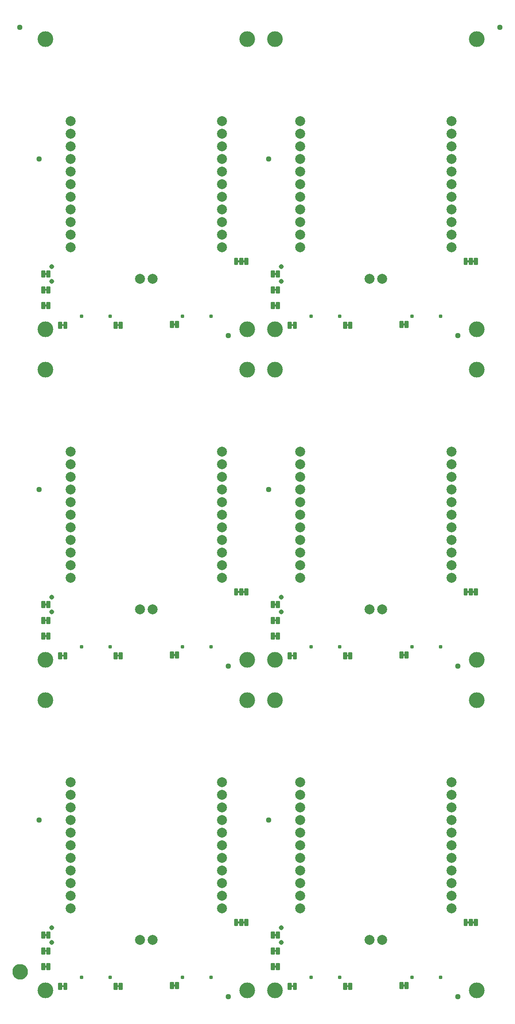
<source format=gbs>
G04 EAGLE Gerber RS-274X export*
G75*
%MOMM*%
%FSLAX34Y34*%
%LPD*%
%INSoldermask Bottom*%
%IPPOS*%
%AMOC8*
5,1,8,0,0,1.08239X$1,22.5*%
G01*
%ADD10C,2.006600*%
%ADD11C,0.228344*%
%ADD12C,0.777000*%
%ADD13C,1.127000*%
%ADD14C,3.175000*%
%ADD15C,0.977000*%
%ADD16C,1.270000*%
%ADD17C,1.627000*%

G36*
X415990Y826147D02*
X415990Y826147D01*
X416056Y826149D01*
X416099Y826167D01*
X416146Y826175D01*
X416203Y826209D01*
X416263Y826234D01*
X416298Y826265D01*
X416339Y826290D01*
X416381Y826341D01*
X416429Y826385D01*
X416451Y826427D01*
X416480Y826464D01*
X416501Y826526D01*
X416532Y826585D01*
X416540Y826639D01*
X416552Y826676D01*
X416551Y826716D01*
X416559Y826770D01*
X416559Y829310D01*
X416548Y829375D01*
X416546Y829441D01*
X416528Y829484D01*
X416520Y829531D01*
X416486Y829588D01*
X416461Y829648D01*
X416430Y829683D01*
X416405Y829724D01*
X416354Y829766D01*
X416310Y829814D01*
X416268Y829836D01*
X416231Y829865D01*
X416169Y829886D01*
X416110Y829917D01*
X416056Y829925D01*
X416019Y829937D01*
X415979Y829936D01*
X415925Y829944D01*
X412115Y829944D01*
X412050Y829933D01*
X411984Y829931D01*
X411941Y829913D01*
X411894Y829905D01*
X411837Y829871D01*
X411777Y829846D01*
X411742Y829815D01*
X411701Y829790D01*
X411660Y829739D01*
X411611Y829695D01*
X411589Y829653D01*
X411560Y829616D01*
X411539Y829554D01*
X411508Y829495D01*
X411500Y829441D01*
X411488Y829404D01*
X411488Y829401D01*
X411489Y829364D01*
X411481Y829310D01*
X411481Y826770D01*
X411492Y826705D01*
X411494Y826639D01*
X411512Y826596D01*
X411520Y826549D01*
X411554Y826492D01*
X411579Y826432D01*
X411610Y826397D01*
X411635Y826356D01*
X411686Y826315D01*
X411730Y826266D01*
X411772Y826244D01*
X411809Y826215D01*
X411871Y826194D01*
X411930Y826163D01*
X411984Y826155D01*
X412021Y826143D01*
X412061Y826144D01*
X412115Y826136D01*
X415925Y826136D01*
X415990Y826147D01*
G37*
G36*
X888430Y826147D02*
X888430Y826147D01*
X888496Y826149D01*
X888539Y826167D01*
X888586Y826175D01*
X888643Y826209D01*
X888703Y826234D01*
X888738Y826265D01*
X888779Y826290D01*
X888821Y826341D01*
X888869Y826385D01*
X888891Y826427D01*
X888920Y826464D01*
X888941Y826526D01*
X888972Y826585D01*
X888980Y826639D01*
X888992Y826676D01*
X888991Y826716D01*
X888999Y826770D01*
X888999Y829310D01*
X888988Y829375D01*
X888986Y829441D01*
X888968Y829484D01*
X888960Y829531D01*
X888926Y829588D01*
X888901Y829648D01*
X888870Y829683D01*
X888845Y829724D01*
X888794Y829766D01*
X888750Y829814D01*
X888708Y829836D01*
X888671Y829865D01*
X888609Y829886D01*
X888550Y829917D01*
X888496Y829925D01*
X888459Y829937D01*
X888419Y829936D01*
X888365Y829944D01*
X884555Y829944D01*
X884490Y829933D01*
X884424Y829931D01*
X884381Y829913D01*
X884334Y829905D01*
X884277Y829871D01*
X884217Y829846D01*
X884182Y829815D01*
X884141Y829790D01*
X884100Y829739D01*
X884051Y829695D01*
X884029Y829653D01*
X884000Y829616D01*
X883979Y829554D01*
X883948Y829495D01*
X883940Y829441D01*
X883928Y829404D01*
X883928Y829401D01*
X883929Y829364D01*
X883921Y829310D01*
X883921Y826770D01*
X883932Y826705D01*
X883934Y826639D01*
X883952Y826596D01*
X883960Y826549D01*
X883994Y826492D01*
X884019Y826432D01*
X884050Y826397D01*
X884075Y826356D01*
X884126Y826315D01*
X884170Y826266D01*
X884212Y826244D01*
X884249Y826215D01*
X884311Y826194D01*
X884370Y826163D01*
X884424Y826155D01*
X884461Y826143D01*
X884501Y826144D01*
X884555Y826136D01*
X888365Y826136D01*
X888430Y826147D01*
G37*
G36*
X286450Y1364627D02*
X286450Y1364627D01*
X286516Y1364629D01*
X286559Y1364647D01*
X286606Y1364655D01*
X286663Y1364689D01*
X286723Y1364714D01*
X286758Y1364745D01*
X286799Y1364770D01*
X286841Y1364821D01*
X286889Y1364865D01*
X286911Y1364907D01*
X286940Y1364944D01*
X286961Y1365006D01*
X286992Y1365065D01*
X287000Y1365119D01*
X287012Y1365156D01*
X287011Y1365196D01*
X287019Y1365250D01*
X287019Y1367790D01*
X287008Y1367855D01*
X287006Y1367921D01*
X286988Y1367964D01*
X286980Y1368011D01*
X286946Y1368068D01*
X286921Y1368128D01*
X286890Y1368163D01*
X286865Y1368204D01*
X286814Y1368246D01*
X286770Y1368294D01*
X286728Y1368316D01*
X286691Y1368345D01*
X286629Y1368366D01*
X286570Y1368397D01*
X286516Y1368405D01*
X286479Y1368417D01*
X286439Y1368416D01*
X286385Y1368424D01*
X282575Y1368424D01*
X282510Y1368413D01*
X282444Y1368411D01*
X282401Y1368393D01*
X282354Y1368385D01*
X282297Y1368351D01*
X282237Y1368326D01*
X282202Y1368295D01*
X282161Y1368270D01*
X282120Y1368219D01*
X282071Y1368175D01*
X282049Y1368133D01*
X282020Y1368096D01*
X281999Y1368034D01*
X281968Y1367975D01*
X281960Y1367921D01*
X281948Y1367884D01*
X281948Y1367881D01*
X281949Y1367844D01*
X281941Y1367790D01*
X281941Y1365250D01*
X281952Y1365185D01*
X281954Y1365119D01*
X281972Y1365076D01*
X281980Y1365029D01*
X282014Y1364972D01*
X282039Y1364912D01*
X282070Y1364877D01*
X282095Y1364836D01*
X282146Y1364795D01*
X282190Y1364746D01*
X282232Y1364724D01*
X282269Y1364695D01*
X282331Y1364674D01*
X282390Y1364643D01*
X282444Y1364635D01*
X282481Y1364623D01*
X282521Y1364624D01*
X282575Y1364616D01*
X286385Y1364616D01*
X286450Y1364627D01*
G37*
G36*
X748730Y1364627D02*
X748730Y1364627D01*
X748796Y1364629D01*
X748839Y1364647D01*
X748886Y1364655D01*
X748943Y1364689D01*
X749003Y1364714D01*
X749038Y1364745D01*
X749079Y1364770D01*
X749121Y1364821D01*
X749169Y1364865D01*
X749191Y1364907D01*
X749220Y1364944D01*
X749241Y1365006D01*
X749272Y1365065D01*
X749280Y1365119D01*
X749292Y1365156D01*
X749291Y1365196D01*
X749299Y1365250D01*
X749299Y1367790D01*
X749288Y1367855D01*
X749286Y1367921D01*
X749268Y1367964D01*
X749260Y1368011D01*
X749226Y1368068D01*
X749201Y1368128D01*
X749170Y1368163D01*
X749145Y1368204D01*
X749094Y1368246D01*
X749050Y1368294D01*
X749008Y1368316D01*
X748971Y1368345D01*
X748909Y1368366D01*
X748850Y1368397D01*
X748796Y1368405D01*
X748759Y1368417D01*
X748719Y1368416D01*
X748665Y1368424D01*
X744855Y1368424D01*
X744790Y1368413D01*
X744724Y1368411D01*
X744681Y1368393D01*
X744634Y1368385D01*
X744577Y1368351D01*
X744517Y1368326D01*
X744482Y1368295D01*
X744441Y1368270D01*
X744400Y1368219D01*
X744351Y1368175D01*
X744329Y1368133D01*
X744300Y1368096D01*
X744279Y1368034D01*
X744248Y1367975D01*
X744240Y1367921D01*
X744228Y1367884D01*
X744228Y1367881D01*
X744229Y1367844D01*
X744221Y1367790D01*
X744221Y1365250D01*
X744232Y1365185D01*
X744234Y1365119D01*
X744252Y1365076D01*
X744260Y1365029D01*
X744294Y1364972D01*
X744319Y1364912D01*
X744350Y1364877D01*
X744375Y1364836D01*
X744426Y1364795D01*
X744470Y1364746D01*
X744512Y1364724D01*
X744549Y1364695D01*
X744611Y1364674D01*
X744670Y1364643D01*
X744724Y1364635D01*
X744761Y1364623D01*
X744801Y1364624D01*
X744855Y1364616D01*
X748665Y1364616D01*
X748730Y1364627D01*
G37*
G36*
X426150Y826147D02*
X426150Y826147D01*
X426216Y826149D01*
X426259Y826167D01*
X426306Y826175D01*
X426363Y826209D01*
X426423Y826234D01*
X426458Y826265D01*
X426499Y826290D01*
X426541Y826341D01*
X426589Y826385D01*
X426611Y826427D01*
X426640Y826464D01*
X426661Y826526D01*
X426692Y826585D01*
X426700Y826639D01*
X426712Y826676D01*
X426711Y826716D01*
X426719Y826770D01*
X426719Y829310D01*
X426708Y829375D01*
X426706Y829441D01*
X426688Y829484D01*
X426680Y829531D01*
X426646Y829588D01*
X426621Y829648D01*
X426590Y829683D01*
X426565Y829724D01*
X426514Y829766D01*
X426470Y829814D01*
X426428Y829836D01*
X426391Y829865D01*
X426329Y829886D01*
X426270Y829917D01*
X426216Y829925D01*
X426179Y829937D01*
X426139Y829936D01*
X426085Y829944D01*
X422275Y829944D01*
X422210Y829933D01*
X422144Y829931D01*
X422101Y829913D01*
X422054Y829905D01*
X421997Y829871D01*
X421937Y829846D01*
X421902Y829815D01*
X421861Y829790D01*
X421820Y829739D01*
X421771Y829695D01*
X421749Y829653D01*
X421720Y829616D01*
X421699Y829554D01*
X421668Y829495D01*
X421660Y829441D01*
X421648Y829404D01*
X421648Y829401D01*
X421649Y829364D01*
X421641Y829310D01*
X421641Y826770D01*
X421652Y826705D01*
X421654Y826639D01*
X421672Y826596D01*
X421680Y826549D01*
X421714Y826492D01*
X421739Y826432D01*
X421770Y826397D01*
X421795Y826356D01*
X421846Y826315D01*
X421890Y826266D01*
X421932Y826244D01*
X421969Y826215D01*
X422031Y826194D01*
X422090Y826163D01*
X422144Y826155D01*
X422181Y826143D01*
X422221Y826144D01*
X422275Y826136D01*
X426085Y826136D01*
X426150Y826147D01*
G37*
G36*
X878270Y826147D02*
X878270Y826147D01*
X878336Y826149D01*
X878379Y826167D01*
X878426Y826175D01*
X878483Y826209D01*
X878543Y826234D01*
X878578Y826265D01*
X878619Y826290D01*
X878661Y826341D01*
X878709Y826385D01*
X878731Y826427D01*
X878760Y826464D01*
X878781Y826526D01*
X878812Y826585D01*
X878820Y826639D01*
X878832Y826676D01*
X878831Y826716D01*
X878839Y826770D01*
X878839Y829310D01*
X878828Y829375D01*
X878826Y829441D01*
X878808Y829484D01*
X878800Y829531D01*
X878766Y829588D01*
X878741Y829648D01*
X878710Y829683D01*
X878685Y829724D01*
X878634Y829766D01*
X878590Y829814D01*
X878548Y829836D01*
X878511Y829865D01*
X878449Y829886D01*
X878390Y829917D01*
X878336Y829925D01*
X878299Y829937D01*
X878259Y829936D01*
X878205Y829944D01*
X874395Y829944D01*
X874330Y829933D01*
X874264Y829931D01*
X874221Y829913D01*
X874174Y829905D01*
X874117Y829871D01*
X874057Y829846D01*
X874022Y829815D01*
X873981Y829790D01*
X873940Y829739D01*
X873891Y829695D01*
X873869Y829653D01*
X873840Y829616D01*
X873819Y829554D01*
X873788Y829495D01*
X873780Y829441D01*
X873768Y829404D01*
X873768Y829401D01*
X873769Y829364D01*
X873761Y829310D01*
X873761Y826770D01*
X873772Y826705D01*
X873774Y826639D01*
X873792Y826596D01*
X873800Y826549D01*
X873834Y826492D01*
X873859Y826432D01*
X873890Y826397D01*
X873915Y826356D01*
X873966Y826315D01*
X874010Y826266D01*
X874052Y826244D01*
X874089Y826215D01*
X874151Y826194D01*
X874210Y826163D01*
X874264Y826155D01*
X874301Y826143D01*
X874341Y826144D01*
X874395Y826136D01*
X878205Y826136D01*
X878270Y826147D01*
G37*
G36*
X27370Y800747D02*
X27370Y800747D01*
X27436Y800749D01*
X27479Y800767D01*
X27526Y800775D01*
X27583Y800809D01*
X27643Y800834D01*
X27678Y800865D01*
X27719Y800890D01*
X27761Y800941D01*
X27809Y800985D01*
X27831Y801027D01*
X27860Y801064D01*
X27881Y801126D01*
X27912Y801185D01*
X27920Y801239D01*
X27932Y801276D01*
X27931Y801316D01*
X27939Y801370D01*
X27939Y803910D01*
X27928Y803975D01*
X27926Y804041D01*
X27908Y804084D01*
X27900Y804131D01*
X27866Y804188D01*
X27841Y804248D01*
X27810Y804283D01*
X27785Y804324D01*
X27734Y804366D01*
X27690Y804414D01*
X27648Y804436D01*
X27611Y804465D01*
X27549Y804486D01*
X27490Y804517D01*
X27436Y804525D01*
X27399Y804537D01*
X27359Y804536D01*
X27305Y804544D01*
X23495Y804544D01*
X23430Y804533D01*
X23364Y804531D01*
X23321Y804513D01*
X23274Y804505D01*
X23217Y804471D01*
X23157Y804446D01*
X23122Y804415D01*
X23081Y804390D01*
X23040Y804339D01*
X22991Y804295D01*
X22969Y804253D01*
X22940Y804216D01*
X22919Y804154D01*
X22888Y804095D01*
X22880Y804041D01*
X22868Y804004D01*
X22868Y804001D01*
X22869Y803964D01*
X22861Y803910D01*
X22861Y801370D01*
X22872Y801305D01*
X22874Y801239D01*
X22892Y801196D01*
X22900Y801149D01*
X22934Y801092D01*
X22959Y801032D01*
X22990Y800997D01*
X23015Y800956D01*
X23066Y800915D01*
X23110Y800866D01*
X23152Y800844D01*
X23189Y800815D01*
X23251Y800794D01*
X23310Y800763D01*
X23364Y800755D01*
X23401Y800743D01*
X23441Y800744D01*
X23495Y800736D01*
X27305Y800736D01*
X27370Y800747D01*
G37*
G36*
X489650Y800747D02*
X489650Y800747D01*
X489716Y800749D01*
X489759Y800767D01*
X489806Y800775D01*
X489863Y800809D01*
X489923Y800834D01*
X489958Y800865D01*
X489999Y800890D01*
X490041Y800941D01*
X490089Y800985D01*
X490111Y801027D01*
X490140Y801064D01*
X490161Y801126D01*
X490192Y801185D01*
X490200Y801239D01*
X490212Y801276D01*
X490211Y801316D01*
X490219Y801370D01*
X490219Y803910D01*
X490208Y803975D01*
X490206Y804041D01*
X490188Y804084D01*
X490180Y804131D01*
X490146Y804188D01*
X490121Y804248D01*
X490090Y804283D01*
X490065Y804324D01*
X490014Y804366D01*
X489970Y804414D01*
X489928Y804436D01*
X489891Y804465D01*
X489829Y804486D01*
X489770Y804517D01*
X489716Y804525D01*
X489679Y804537D01*
X489639Y804536D01*
X489585Y804544D01*
X485775Y804544D01*
X485710Y804533D01*
X485644Y804531D01*
X485601Y804513D01*
X485554Y804505D01*
X485497Y804471D01*
X485437Y804446D01*
X485402Y804415D01*
X485361Y804390D01*
X485320Y804339D01*
X485271Y804295D01*
X485249Y804253D01*
X485220Y804216D01*
X485199Y804154D01*
X485168Y804095D01*
X485160Y804041D01*
X485148Y804004D01*
X485148Y804001D01*
X485149Y803964D01*
X485141Y803910D01*
X485141Y801370D01*
X485152Y801305D01*
X485154Y801239D01*
X485172Y801196D01*
X485180Y801149D01*
X485214Y801092D01*
X485239Y801032D01*
X485270Y800997D01*
X485295Y800956D01*
X485346Y800915D01*
X485390Y800866D01*
X485432Y800844D01*
X485469Y800815D01*
X485531Y800794D01*
X485590Y800763D01*
X485644Y800755D01*
X485681Y800743D01*
X485721Y800744D01*
X485775Y800736D01*
X489585Y800736D01*
X489650Y800747D01*
G37*
G36*
X426150Y1491627D02*
X426150Y1491627D01*
X426216Y1491629D01*
X426259Y1491647D01*
X426306Y1491655D01*
X426363Y1491689D01*
X426423Y1491714D01*
X426458Y1491745D01*
X426499Y1491770D01*
X426541Y1491821D01*
X426589Y1491865D01*
X426611Y1491907D01*
X426640Y1491944D01*
X426661Y1492006D01*
X426692Y1492065D01*
X426700Y1492119D01*
X426712Y1492156D01*
X426711Y1492196D01*
X426719Y1492250D01*
X426719Y1494790D01*
X426708Y1494855D01*
X426706Y1494921D01*
X426688Y1494964D01*
X426680Y1495011D01*
X426646Y1495068D01*
X426621Y1495128D01*
X426590Y1495163D01*
X426565Y1495204D01*
X426514Y1495246D01*
X426470Y1495294D01*
X426428Y1495316D01*
X426391Y1495345D01*
X426329Y1495366D01*
X426270Y1495397D01*
X426216Y1495405D01*
X426179Y1495417D01*
X426139Y1495416D01*
X426085Y1495424D01*
X422275Y1495424D01*
X422210Y1495413D01*
X422144Y1495411D01*
X422101Y1495393D01*
X422054Y1495385D01*
X421997Y1495351D01*
X421937Y1495326D01*
X421902Y1495295D01*
X421861Y1495270D01*
X421820Y1495219D01*
X421771Y1495175D01*
X421749Y1495133D01*
X421720Y1495096D01*
X421699Y1495034D01*
X421668Y1494975D01*
X421660Y1494921D01*
X421648Y1494884D01*
X421648Y1494881D01*
X421649Y1494844D01*
X421641Y1494790D01*
X421641Y1492250D01*
X421652Y1492185D01*
X421654Y1492119D01*
X421672Y1492076D01*
X421680Y1492029D01*
X421714Y1491972D01*
X421739Y1491912D01*
X421770Y1491877D01*
X421795Y1491836D01*
X421846Y1491795D01*
X421890Y1491746D01*
X421932Y1491724D01*
X421969Y1491695D01*
X422031Y1491674D01*
X422090Y1491643D01*
X422144Y1491635D01*
X422181Y1491623D01*
X422221Y1491624D01*
X422275Y1491616D01*
X426085Y1491616D01*
X426150Y1491627D01*
G37*
G36*
X888430Y1491627D02*
X888430Y1491627D01*
X888496Y1491629D01*
X888539Y1491647D01*
X888586Y1491655D01*
X888643Y1491689D01*
X888703Y1491714D01*
X888738Y1491745D01*
X888779Y1491770D01*
X888821Y1491821D01*
X888869Y1491865D01*
X888891Y1491907D01*
X888920Y1491944D01*
X888941Y1492006D01*
X888972Y1492065D01*
X888980Y1492119D01*
X888992Y1492156D01*
X888991Y1492196D01*
X888999Y1492250D01*
X888999Y1494790D01*
X888988Y1494855D01*
X888986Y1494921D01*
X888968Y1494964D01*
X888960Y1495011D01*
X888926Y1495068D01*
X888901Y1495128D01*
X888870Y1495163D01*
X888845Y1495204D01*
X888794Y1495246D01*
X888750Y1495294D01*
X888708Y1495316D01*
X888671Y1495345D01*
X888609Y1495366D01*
X888550Y1495397D01*
X888496Y1495405D01*
X888459Y1495417D01*
X888419Y1495416D01*
X888365Y1495424D01*
X884555Y1495424D01*
X884490Y1495413D01*
X884424Y1495411D01*
X884381Y1495393D01*
X884334Y1495385D01*
X884277Y1495351D01*
X884217Y1495326D01*
X884182Y1495295D01*
X884141Y1495270D01*
X884100Y1495219D01*
X884051Y1495175D01*
X884029Y1495133D01*
X884000Y1495096D01*
X883979Y1495034D01*
X883948Y1494975D01*
X883940Y1494921D01*
X883928Y1494884D01*
X883928Y1494881D01*
X883929Y1494844D01*
X883921Y1494790D01*
X883921Y1492250D01*
X883932Y1492185D01*
X883934Y1492119D01*
X883952Y1492076D01*
X883960Y1492029D01*
X883994Y1491972D01*
X884019Y1491912D01*
X884050Y1491877D01*
X884075Y1491836D01*
X884126Y1491795D01*
X884170Y1491746D01*
X884212Y1491724D01*
X884249Y1491695D01*
X884311Y1491674D01*
X884370Y1491643D01*
X884424Y1491635D01*
X884461Y1491623D01*
X884501Y1491624D01*
X884555Y1491616D01*
X888365Y1491616D01*
X888430Y1491627D01*
G37*
G36*
X878270Y1491627D02*
X878270Y1491627D01*
X878336Y1491629D01*
X878379Y1491647D01*
X878426Y1491655D01*
X878483Y1491689D01*
X878543Y1491714D01*
X878578Y1491745D01*
X878619Y1491770D01*
X878661Y1491821D01*
X878709Y1491865D01*
X878731Y1491907D01*
X878760Y1491944D01*
X878781Y1492006D01*
X878812Y1492065D01*
X878820Y1492119D01*
X878832Y1492156D01*
X878831Y1492196D01*
X878839Y1492250D01*
X878839Y1494790D01*
X878828Y1494855D01*
X878826Y1494921D01*
X878808Y1494964D01*
X878800Y1495011D01*
X878766Y1495068D01*
X878741Y1495128D01*
X878710Y1495163D01*
X878685Y1495204D01*
X878634Y1495246D01*
X878590Y1495294D01*
X878548Y1495316D01*
X878511Y1495345D01*
X878449Y1495366D01*
X878390Y1495397D01*
X878336Y1495405D01*
X878299Y1495417D01*
X878259Y1495416D01*
X878205Y1495424D01*
X874395Y1495424D01*
X874330Y1495413D01*
X874264Y1495411D01*
X874221Y1495393D01*
X874174Y1495385D01*
X874117Y1495351D01*
X874057Y1495326D01*
X874022Y1495295D01*
X873981Y1495270D01*
X873940Y1495219D01*
X873891Y1495175D01*
X873869Y1495133D01*
X873840Y1495096D01*
X873819Y1495034D01*
X873788Y1494975D01*
X873780Y1494921D01*
X873768Y1494884D01*
X873768Y1494881D01*
X873769Y1494844D01*
X873761Y1494790D01*
X873761Y1492250D01*
X873772Y1492185D01*
X873774Y1492119D01*
X873792Y1492076D01*
X873800Y1492029D01*
X873834Y1491972D01*
X873859Y1491912D01*
X873890Y1491877D01*
X873915Y1491836D01*
X873966Y1491795D01*
X874010Y1491746D01*
X874052Y1491724D01*
X874089Y1491695D01*
X874151Y1491674D01*
X874210Y1491643D01*
X874264Y1491635D01*
X874301Y1491623D01*
X874341Y1491624D01*
X874395Y1491616D01*
X878205Y1491616D01*
X878270Y1491627D01*
G37*
G36*
X415990Y1491627D02*
X415990Y1491627D01*
X416056Y1491629D01*
X416099Y1491647D01*
X416146Y1491655D01*
X416203Y1491689D01*
X416263Y1491714D01*
X416298Y1491745D01*
X416339Y1491770D01*
X416381Y1491821D01*
X416429Y1491865D01*
X416451Y1491907D01*
X416480Y1491944D01*
X416501Y1492006D01*
X416532Y1492065D01*
X416540Y1492119D01*
X416552Y1492156D01*
X416551Y1492196D01*
X416559Y1492250D01*
X416559Y1494790D01*
X416548Y1494855D01*
X416546Y1494921D01*
X416528Y1494964D01*
X416520Y1495011D01*
X416486Y1495068D01*
X416461Y1495128D01*
X416430Y1495163D01*
X416405Y1495204D01*
X416354Y1495246D01*
X416310Y1495294D01*
X416268Y1495316D01*
X416231Y1495345D01*
X416169Y1495366D01*
X416110Y1495397D01*
X416056Y1495405D01*
X416019Y1495417D01*
X415979Y1495416D01*
X415925Y1495424D01*
X412115Y1495424D01*
X412050Y1495413D01*
X411984Y1495411D01*
X411941Y1495393D01*
X411894Y1495385D01*
X411837Y1495351D01*
X411777Y1495326D01*
X411742Y1495295D01*
X411701Y1495270D01*
X411660Y1495219D01*
X411611Y1495175D01*
X411589Y1495133D01*
X411560Y1495096D01*
X411539Y1495034D01*
X411508Y1494975D01*
X411500Y1494921D01*
X411488Y1494884D01*
X411488Y1494881D01*
X411489Y1494844D01*
X411481Y1494790D01*
X411481Y1492250D01*
X411492Y1492185D01*
X411494Y1492119D01*
X411512Y1492076D01*
X411520Y1492029D01*
X411554Y1491972D01*
X411579Y1491912D01*
X411610Y1491877D01*
X411635Y1491836D01*
X411686Y1491795D01*
X411730Y1491746D01*
X411772Y1491724D01*
X411809Y1491695D01*
X411871Y1491674D01*
X411930Y1491643D01*
X411984Y1491635D01*
X412021Y1491623D01*
X412061Y1491624D01*
X412115Y1491616D01*
X415925Y1491616D01*
X415990Y1491627D01*
G37*
G36*
X489650Y1466227D02*
X489650Y1466227D01*
X489716Y1466229D01*
X489759Y1466247D01*
X489806Y1466255D01*
X489863Y1466289D01*
X489923Y1466314D01*
X489958Y1466345D01*
X489999Y1466370D01*
X490041Y1466421D01*
X490089Y1466465D01*
X490111Y1466507D01*
X490140Y1466544D01*
X490161Y1466606D01*
X490192Y1466665D01*
X490200Y1466719D01*
X490212Y1466756D01*
X490211Y1466796D01*
X490219Y1466850D01*
X490219Y1469390D01*
X490208Y1469455D01*
X490206Y1469521D01*
X490188Y1469564D01*
X490180Y1469611D01*
X490146Y1469668D01*
X490121Y1469728D01*
X490090Y1469763D01*
X490065Y1469804D01*
X490014Y1469846D01*
X489970Y1469894D01*
X489928Y1469916D01*
X489891Y1469945D01*
X489829Y1469966D01*
X489770Y1469997D01*
X489716Y1470005D01*
X489679Y1470017D01*
X489639Y1470016D01*
X489585Y1470024D01*
X485775Y1470024D01*
X485710Y1470013D01*
X485644Y1470011D01*
X485601Y1469993D01*
X485554Y1469985D01*
X485497Y1469951D01*
X485437Y1469926D01*
X485402Y1469895D01*
X485361Y1469870D01*
X485320Y1469819D01*
X485271Y1469775D01*
X485249Y1469733D01*
X485220Y1469696D01*
X485199Y1469634D01*
X485168Y1469575D01*
X485160Y1469521D01*
X485148Y1469484D01*
X485148Y1469481D01*
X485149Y1469444D01*
X485141Y1469390D01*
X485141Y1466850D01*
X485152Y1466785D01*
X485154Y1466719D01*
X485172Y1466676D01*
X485180Y1466629D01*
X485214Y1466572D01*
X485239Y1466512D01*
X485270Y1466477D01*
X485295Y1466436D01*
X485346Y1466395D01*
X485390Y1466346D01*
X485432Y1466324D01*
X485469Y1466295D01*
X485531Y1466274D01*
X485590Y1466243D01*
X485644Y1466235D01*
X485681Y1466223D01*
X485721Y1466224D01*
X485775Y1466216D01*
X489585Y1466216D01*
X489650Y1466227D01*
G37*
G36*
X27370Y1466227D02*
X27370Y1466227D01*
X27436Y1466229D01*
X27479Y1466247D01*
X27526Y1466255D01*
X27583Y1466289D01*
X27643Y1466314D01*
X27678Y1466345D01*
X27719Y1466370D01*
X27761Y1466421D01*
X27809Y1466465D01*
X27831Y1466507D01*
X27860Y1466544D01*
X27881Y1466606D01*
X27912Y1466665D01*
X27920Y1466719D01*
X27932Y1466756D01*
X27931Y1466796D01*
X27939Y1466850D01*
X27939Y1469390D01*
X27928Y1469455D01*
X27926Y1469521D01*
X27908Y1469564D01*
X27900Y1469611D01*
X27866Y1469668D01*
X27841Y1469728D01*
X27810Y1469763D01*
X27785Y1469804D01*
X27734Y1469846D01*
X27690Y1469894D01*
X27648Y1469916D01*
X27611Y1469945D01*
X27549Y1469966D01*
X27490Y1469997D01*
X27436Y1470005D01*
X27399Y1470017D01*
X27359Y1470016D01*
X27305Y1470024D01*
X23495Y1470024D01*
X23430Y1470013D01*
X23364Y1470011D01*
X23321Y1469993D01*
X23274Y1469985D01*
X23217Y1469951D01*
X23157Y1469926D01*
X23122Y1469895D01*
X23081Y1469870D01*
X23040Y1469819D01*
X22991Y1469775D01*
X22969Y1469733D01*
X22940Y1469696D01*
X22919Y1469634D01*
X22888Y1469575D01*
X22880Y1469521D01*
X22868Y1469484D01*
X22868Y1469481D01*
X22869Y1469444D01*
X22861Y1469390D01*
X22861Y1466850D01*
X22872Y1466785D01*
X22874Y1466719D01*
X22892Y1466676D01*
X22900Y1466629D01*
X22934Y1466572D01*
X22959Y1466512D01*
X22990Y1466477D01*
X23015Y1466436D01*
X23066Y1466395D01*
X23110Y1466346D01*
X23152Y1466324D01*
X23189Y1466295D01*
X23251Y1466274D01*
X23310Y1466243D01*
X23364Y1466235D01*
X23401Y1466223D01*
X23441Y1466224D01*
X23495Y1466216D01*
X27305Y1466216D01*
X27370Y1466227D01*
G37*
G36*
X27370Y1434477D02*
X27370Y1434477D01*
X27436Y1434479D01*
X27479Y1434497D01*
X27526Y1434505D01*
X27583Y1434539D01*
X27643Y1434564D01*
X27678Y1434595D01*
X27719Y1434620D01*
X27761Y1434671D01*
X27809Y1434715D01*
X27831Y1434757D01*
X27860Y1434794D01*
X27881Y1434856D01*
X27912Y1434915D01*
X27920Y1434969D01*
X27932Y1435006D01*
X27931Y1435046D01*
X27939Y1435100D01*
X27939Y1437640D01*
X27928Y1437705D01*
X27926Y1437771D01*
X27908Y1437814D01*
X27900Y1437861D01*
X27866Y1437918D01*
X27841Y1437978D01*
X27810Y1438013D01*
X27785Y1438054D01*
X27734Y1438096D01*
X27690Y1438144D01*
X27648Y1438166D01*
X27611Y1438195D01*
X27549Y1438216D01*
X27490Y1438247D01*
X27436Y1438255D01*
X27399Y1438267D01*
X27359Y1438266D01*
X27305Y1438274D01*
X23495Y1438274D01*
X23430Y1438263D01*
X23364Y1438261D01*
X23321Y1438243D01*
X23274Y1438235D01*
X23217Y1438201D01*
X23157Y1438176D01*
X23122Y1438145D01*
X23081Y1438120D01*
X23040Y1438069D01*
X22991Y1438025D01*
X22969Y1437983D01*
X22940Y1437946D01*
X22919Y1437884D01*
X22888Y1437825D01*
X22880Y1437771D01*
X22868Y1437734D01*
X22868Y1437731D01*
X22869Y1437694D01*
X22861Y1437640D01*
X22861Y1435100D01*
X22872Y1435035D01*
X22874Y1434969D01*
X22892Y1434926D01*
X22900Y1434879D01*
X22934Y1434822D01*
X22959Y1434762D01*
X22990Y1434727D01*
X23015Y1434686D01*
X23066Y1434645D01*
X23110Y1434596D01*
X23152Y1434574D01*
X23189Y1434545D01*
X23251Y1434524D01*
X23310Y1434493D01*
X23364Y1434485D01*
X23401Y1434473D01*
X23441Y1434474D01*
X23495Y1434466D01*
X27305Y1434466D01*
X27370Y1434477D01*
G37*
G36*
X489650Y1434477D02*
X489650Y1434477D01*
X489716Y1434479D01*
X489759Y1434497D01*
X489806Y1434505D01*
X489863Y1434539D01*
X489923Y1434564D01*
X489958Y1434595D01*
X489999Y1434620D01*
X490041Y1434671D01*
X490089Y1434715D01*
X490111Y1434757D01*
X490140Y1434794D01*
X490161Y1434856D01*
X490192Y1434915D01*
X490200Y1434969D01*
X490212Y1435006D01*
X490211Y1435046D01*
X490219Y1435100D01*
X490219Y1437640D01*
X490208Y1437705D01*
X490206Y1437771D01*
X490188Y1437814D01*
X490180Y1437861D01*
X490146Y1437918D01*
X490121Y1437978D01*
X490090Y1438013D01*
X490065Y1438054D01*
X490014Y1438096D01*
X489970Y1438144D01*
X489928Y1438166D01*
X489891Y1438195D01*
X489829Y1438216D01*
X489770Y1438247D01*
X489716Y1438255D01*
X489679Y1438267D01*
X489639Y1438266D01*
X489585Y1438274D01*
X485775Y1438274D01*
X485710Y1438263D01*
X485644Y1438261D01*
X485601Y1438243D01*
X485554Y1438235D01*
X485497Y1438201D01*
X485437Y1438176D01*
X485402Y1438145D01*
X485361Y1438120D01*
X485320Y1438069D01*
X485271Y1438025D01*
X485249Y1437983D01*
X485220Y1437946D01*
X485199Y1437884D01*
X485168Y1437825D01*
X485160Y1437771D01*
X485148Y1437734D01*
X485148Y1437731D01*
X485149Y1437694D01*
X485141Y1437640D01*
X485141Y1435100D01*
X485152Y1435035D01*
X485154Y1434969D01*
X485172Y1434926D01*
X485180Y1434879D01*
X485214Y1434822D01*
X485239Y1434762D01*
X485270Y1434727D01*
X485295Y1434686D01*
X485346Y1434645D01*
X485390Y1434596D01*
X485432Y1434574D01*
X485469Y1434545D01*
X485531Y1434524D01*
X485590Y1434493D01*
X485644Y1434485D01*
X485681Y1434473D01*
X485721Y1434474D01*
X485775Y1434466D01*
X489585Y1434466D01*
X489650Y1434477D01*
G37*
G36*
X27370Y1402727D02*
X27370Y1402727D01*
X27436Y1402729D01*
X27479Y1402747D01*
X27526Y1402755D01*
X27583Y1402789D01*
X27643Y1402814D01*
X27678Y1402845D01*
X27719Y1402870D01*
X27761Y1402921D01*
X27809Y1402965D01*
X27831Y1403007D01*
X27860Y1403044D01*
X27881Y1403106D01*
X27912Y1403165D01*
X27920Y1403219D01*
X27932Y1403256D01*
X27931Y1403296D01*
X27939Y1403350D01*
X27939Y1405890D01*
X27928Y1405955D01*
X27926Y1406021D01*
X27908Y1406064D01*
X27900Y1406111D01*
X27866Y1406168D01*
X27841Y1406228D01*
X27810Y1406263D01*
X27785Y1406304D01*
X27734Y1406346D01*
X27690Y1406394D01*
X27648Y1406416D01*
X27611Y1406445D01*
X27549Y1406466D01*
X27490Y1406497D01*
X27436Y1406505D01*
X27399Y1406517D01*
X27359Y1406516D01*
X27305Y1406524D01*
X23495Y1406524D01*
X23430Y1406513D01*
X23364Y1406511D01*
X23321Y1406493D01*
X23274Y1406485D01*
X23217Y1406451D01*
X23157Y1406426D01*
X23122Y1406395D01*
X23081Y1406370D01*
X23040Y1406319D01*
X22991Y1406275D01*
X22969Y1406233D01*
X22940Y1406196D01*
X22919Y1406134D01*
X22888Y1406075D01*
X22880Y1406021D01*
X22868Y1405984D01*
X22868Y1405981D01*
X22869Y1405944D01*
X22861Y1405890D01*
X22861Y1403350D01*
X22872Y1403285D01*
X22874Y1403219D01*
X22892Y1403176D01*
X22900Y1403129D01*
X22934Y1403072D01*
X22959Y1403012D01*
X22990Y1402977D01*
X23015Y1402936D01*
X23066Y1402895D01*
X23110Y1402846D01*
X23152Y1402824D01*
X23189Y1402795D01*
X23251Y1402774D01*
X23310Y1402743D01*
X23364Y1402735D01*
X23401Y1402723D01*
X23441Y1402724D01*
X23495Y1402716D01*
X27305Y1402716D01*
X27370Y1402727D01*
G37*
G36*
X489650Y1402727D02*
X489650Y1402727D01*
X489716Y1402729D01*
X489759Y1402747D01*
X489806Y1402755D01*
X489863Y1402789D01*
X489923Y1402814D01*
X489958Y1402845D01*
X489999Y1402870D01*
X490041Y1402921D01*
X490089Y1402965D01*
X490111Y1403007D01*
X490140Y1403044D01*
X490161Y1403106D01*
X490192Y1403165D01*
X490200Y1403219D01*
X490212Y1403256D01*
X490211Y1403296D01*
X490219Y1403350D01*
X490219Y1405890D01*
X490208Y1405955D01*
X490206Y1406021D01*
X490188Y1406064D01*
X490180Y1406111D01*
X490146Y1406168D01*
X490121Y1406228D01*
X490090Y1406263D01*
X490065Y1406304D01*
X490014Y1406346D01*
X489970Y1406394D01*
X489928Y1406416D01*
X489891Y1406445D01*
X489829Y1406466D01*
X489770Y1406497D01*
X489716Y1406505D01*
X489679Y1406517D01*
X489639Y1406516D01*
X489585Y1406524D01*
X485775Y1406524D01*
X485710Y1406513D01*
X485644Y1406511D01*
X485601Y1406493D01*
X485554Y1406485D01*
X485497Y1406451D01*
X485437Y1406426D01*
X485402Y1406395D01*
X485361Y1406370D01*
X485320Y1406319D01*
X485271Y1406275D01*
X485249Y1406233D01*
X485220Y1406196D01*
X485199Y1406134D01*
X485168Y1406075D01*
X485160Y1406021D01*
X485148Y1405984D01*
X485148Y1405981D01*
X485149Y1405944D01*
X485141Y1405890D01*
X485141Y1403350D01*
X485152Y1403285D01*
X485154Y1403219D01*
X485172Y1403176D01*
X485180Y1403129D01*
X485214Y1403072D01*
X485239Y1403012D01*
X485270Y1402977D01*
X485295Y1402936D01*
X485346Y1402895D01*
X485390Y1402846D01*
X485432Y1402824D01*
X485469Y1402795D01*
X485531Y1402774D01*
X485590Y1402743D01*
X485644Y1402735D01*
X485681Y1402723D01*
X485721Y1402724D01*
X485775Y1402716D01*
X489585Y1402716D01*
X489650Y1402727D01*
G37*
G36*
X61660Y1363103D02*
X61660Y1363103D01*
X61726Y1363105D01*
X61769Y1363123D01*
X61816Y1363131D01*
X61873Y1363165D01*
X61933Y1363190D01*
X61968Y1363221D01*
X62009Y1363246D01*
X62051Y1363297D01*
X62099Y1363341D01*
X62121Y1363383D01*
X62150Y1363420D01*
X62171Y1363482D01*
X62202Y1363541D01*
X62210Y1363595D01*
X62222Y1363632D01*
X62221Y1363672D01*
X62229Y1363726D01*
X62229Y1366266D01*
X62218Y1366331D01*
X62216Y1366397D01*
X62198Y1366440D01*
X62190Y1366487D01*
X62156Y1366544D01*
X62131Y1366604D01*
X62100Y1366639D01*
X62075Y1366680D01*
X62024Y1366722D01*
X61980Y1366770D01*
X61938Y1366792D01*
X61901Y1366821D01*
X61839Y1366842D01*
X61780Y1366873D01*
X61726Y1366881D01*
X61689Y1366893D01*
X61649Y1366892D01*
X61595Y1366900D01*
X57785Y1366900D01*
X57720Y1366889D01*
X57654Y1366887D01*
X57611Y1366869D01*
X57564Y1366861D01*
X57507Y1366827D01*
X57447Y1366802D01*
X57412Y1366771D01*
X57371Y1366746D01*
X57330Y1366695D01*
X57281Y1366651D01*
X57259Y1366609D01*
X57230Y1366572D01*
X57209Y1366510D01*
X57178Y1366451D01*
X57170Y1366397D01*
X57158Y1366360D01*
X57158Y1366357D01*
X57159Y1366320D01*
X57151Y1366266D01*
X57151Y1363726D01*
X57162Y1363661D01*
X57164Y1363595D01*
X57182Y1363552D01*
X57190Y1363505D01*
X57224Y1363448D01*
X57249Y1363388D01*
X57280Y1363353D01*
X57305Y1363312D01*
X57356Y1363271D01*
X57400Y1363222D01*
X57442Y1363200D01*
X57479Y1363171D01*
X57541Y1363150D01*
X57600Y1363119D01*
X57654Y1363111D01*
X57691Y1363099D01*
X57731Y1363100D01*
X57785Y1363092D01*
X61595Y1363092D01*
X61660Y1363103D01*
G37*
G36*
X523940Y1363103D02*
X523940Y1363103D01*
X524006Y1363105D01*
X524049Y1363123D01*
X524096Y1363131D01*
X524153Y1363165D01*
X524213Y1363190D01*
X524248Y1363221D01*
X524289Y1363246D01*
X524331Y1363297D01*
X524379Y1363341D01*
X524401Y1363383D01*
X524430Y1363420D01*
X524451Y1363482D01*
X524482Y1363541D01*
X524490Y1363595D01*
X524502Y1363632D01*
X524501Y1363672D01*
X524509Y1363726D01*
X524509Y1366266D01*
X524498Y1366331D01*
X524496Y1366397D01*
X524478Y1366440D01*
X524470Y1366487D01*
X524436Y1366544D01*
X524411Y1366604D01*
X524380Y1366639D01*
X524355Y1366680D01*
X524304Y1366722D01*
X524260Y1366770D01*
X524218Y1366792D01*
X524181Y1366821D01*
X524119Y1366842D01*
X524060Y1366873D01*
X524006Y1366881D01*
X523969Y1366893D01*
X523929Y1366892D01*
X523875Y1366900D01*
X520065Y1366900D01*
X520000Y1366889D01*
X519934Y1366887D01*
X519891Y1366869D01*
X519844Y1366861D01*
X519787Y1366827D01*
X519727Y1366802D01*
X519692Y1366771D01*
X519651Y1366746D01*
X519610Y1366695D01*
X519561Y1366651D01*
X519539Y1366609D01*
X519510Y1366572D01*
X519489Y1366510D01*
X519458Y1366451D01*
X519450Y1366397D01*
X519438Y1366360D01*
X519438Y1366357D01*
X519439Y1366320D01*
X519431Y1366266D01*
X519431Y1363726D01*
X519442Y1363661D01*
X519444Y1363595D01*
X519462Y1363552D01*
X519470Y1363505D01*
X519504Y1363448D01*
X519529Y1363388D01*
X519560Y1363353D01*
X519585Y1363312D01*
X519636Y1363271D01*
X519680Y1363222D01*
X519722Y1363200D01*
X519759Y1363171D01*
X519821Y1363150D01*
X519880Y1363119D01*
X519934Y1363111D01*
X519971Y1363099D01*
X520011Y1363100D01*
X520065Y1363092D01*
X523875Y1363092D01*
X523940Y1363103D01*
G37*
G36*
X173166Y1363103D02*
X173166Y1363103D01*
X173232Y1363105D01*
X173275Y1363123D01*
X173322Y1363131D01*
X173379Y1363165D01*
X173439Y1363190D01*
X173474Y1363221D01*
X173515Y1363246D01*
X173557Y1363297D01*
X173605Y1363341D01*
X173627Y1363383D01*
X173656Y1363420D01*
X173677Y1363482D01*
X173708Y1363541D01*
X173716Y1363595D01*
X173728Y1363632D01*
X173727Y1363672D01*
X173735Y1363726D01*
X173735Y1366266D01*
X173724Y1366331D01*
X173722Y1366397D01*
X173704Y1366440D01*
X173696Y1366487D01*
X173662Y1366544D01*
X173637Y1366604D01*
X173606Y1366639D01*
X173581Y1366680D01*
X173530Y1366722D01*
X173486Y1366770D01*
X173444Y1366792D01*
X173407Y1366821D01*
X173345Y1366842D01*
X173286Y1366873D01*
X173232Y1366881D01*
X173195Y1366893D01*
X173155Y1366892D01*
X173101Y1366900D01*
X169291Y1366900D01*
X169226Y1366889D01*
X169160Y1366887D01*
X169117Y1366869D01*
X169070Y1366861D01*
X169013Y1366827D01*
X168953Y1366802D01*
X168918Y1366771D01*
X168877Y1366746D01*
X168836Y1366695D01*
X168787Y1366651D01*
X168765Y1366609D01*
X168736Y1366572D01*
X168715Y1366510D01*
X168684Y1366451D01*
X168676Y1366397D01*
X168664Y1366360D01*
X168664Y1366357D01*
X168665Y1366320D01*
X168657Y1366266D01*
X168657Y1363726D01*
X168668Y1363661D01*
X168670Y1363595D01*
X168688Y1363552D01*
X168696Y1363505D01*
X168730Y1363448D01*
X168755Y1363388D01*
X168786Y1363353D01*
X168811Y1363312D01*
X168862Y1363271D01*
X168906Y1363222D01*
X168948Y1363200D01*
X168985Y1363171D01*
X169047Y1363150D01*
X169106Y1363119D01*
X169160Y1363111D01*
X169197Y1363099D01*
X169237Y1363100D01*
X169291Y1363092D01*
X173101Y1363092D01*
X173166Y1363103D01*
G37*
G36*
X635446Y1363103D02*
X635446Y1363103D01*
X635512Y1363105D01*
X635555Y1363123D01*
X635602Y1363131D01*
X635659Y1363165D01*
X635719Y1363190D01*
X635754Y1363221D01*
X635795Y1363246D01*
X635837Y1363297D01*
X635885Y1363341D01*
X635907Y1363383D01*
X635936Y1363420D01*
X635957Y1363482D01*
X635988Y1363541D01*
X635996Y1363595D01*
X636008Y1363632D01*
X636007Y1363672D01*
X636015Y1363726D01*
X636015Y1366266D01*
X636004Y1366331D01*
X636002Y1366397D01*
X635984Y1366440D01*
X635976Y1366487D01*
X635942Y1366544D01*
X635917Y1366604D01*
X635886Y1366639D01*
X635861Y1366680D01*
X635810Y1366722D01*
X635766Y1366770D01*
X635724Y1366792D01*
X635687Y1366821D01*
X635625Y1366842D01*
X635566Y1366873D01*
X635512Y1366881D01*
X635475Y1366893D01*
X635435Y1366892D01*
X635381Y1366900D01*
X631571Y1366900D01*
X631506Y1366889D01*
X631440Y1366887D01*
X631397Y1366869D01*
X631350Y1366861D01*
X631293Y1366827D01*
X631233Y1366802D01*
X631198Y1366771D01*
X631157Y1366746D01*
X631116Y1366695D01*
X631067Y1366651D01*
X631045Y1366609D01*
X631016Y1366572D01*
X630995Y1366510D01*
X630964Y1366451D01*
X630956Y1366397D01*
X630944Y1366360D01*
X630944Y1366357D01*
X630945Y1366320D01*
X630937Y1366266D01*
X630937Y1363726D01*
X630948Y1363661D01*
X630950Y1363595D01*
X630968Y1363552D01*
X630976Y1363505D01*
X631010Y1363448D01*
X631035Y1363388D01*
X631066Y1363353D01*
X631091Y1363312D01*
X631142Y1363271D01*
X631186Y1363222D01*
X631228Y1363200D01*
X631265Y1363171D01*
X631327Y1363150D01*
X631386Y1363119D01*
X631440Y1363111D01*
X631477Y1363099D01*
X631517Y1363100D01*
X631571Y1363092D01*
X635381Y1363092D01*
X635446Y1363103D01*
G37*
G36*
X27370Y768997D02*
X27370Y768997D01*
X27436Y768999D01*
X27479Y769017D01*
X27526Y769025D01*
X27583Y769059D01*
X27643Y769084D01*
X27678Y769115D01*
X27719Y769140D01*
X27761Y769191D01*
X27809Y769235D01*
X27831Y769277D01*
X27860Y769314D01*
X27881Y769376D01*
X27912Y769435D01*
X27920Y769489D01*
X27932Y769526D01*
X27931Y769566D01*
X27939Y769620D01*
X27939Y772160D01*
X27928Y772225D01*
X27926Y772291D01*
X27908Y772334D01*
X27900Y772381D01*
X27866Y772438D01*
X27841Y772498D01*
X27810Y772533D01*
X27785Y772574D01*
X27734Y772616D01*
X27690Y772664D01*
X27648Y772686D01*
X27611Y772715D01*
X27549Y772736D01*
X27490Y772767D01*
X27436Y772775D01*
X27399Y772787D01*
X27359Y772786D01*
X27305Y772794D01*
X23495Y772794D01*
X23430Y772783D01*
X23364Y772781D01*
X23321Y772763D01*
X23274Y772755D01*
X23217Y772721D01*
X23157Y772696D01*
X23122Y772665D01*
X23081Y772640D01*
X23040Y772589D01*
X22991Y772545D01*
X22969Y772503D01*
X22940Y772466D01*
X22919Y772404D01*
X22888Y772345D01*
X22880Y772291D01*
X22868Y772254D01*
X22868Y772251D01*
X22869Y772214D01*
X22861Y772160D01*
X22861Y769620D01*
X22872Y769555D01*
X22874Y769489D01*
X22892Y769446D01*
X22900Y769399D01*
X22934Y769342D01*
X22959Y769282D01*
X22990Y769247D01*
X23015Y769206D01*
X23066Y769165D01*
X23110Y769116D01*
X23152Y769094D01*
X23189Y769065D01*
X23251Y769044D01*
X23310Y769013D01*
X23364Y769005D01*
X23401Y768993D01*
X23441Y768994D01*
X23495Y768986D01*
X27305Y768986D01*
X27370Y768997D01*
G37*
G36*
X489650Y768997D02*
X489650Y768997D01*
X489716Y768999D01*
X489759Y769017D01*
X489806Y769025D01*
X489863Y769059D01*
X489923Y769084D01*
X489958Y769115D01*
X489999Y769140D01*
X490041Y769191D01*
X490089Y769235D01*
X490111Y769277D01*
X490140Y769314D01*
X490161Y769376D01*
X490192Y769435D01*
X490200Y769489D01*
X490212Y769526D01*
X490211Y769566D01*
X490219Y769620D01*
X490219Y772160D01*
X490208Y772225D01*
X490206Y772291D01*
X490188Y772334D01*
X490180Y772381D01*
X490146Y772438D01*
X490121Y772498D01*
X490090Y772533D01*
X490065Y772574D01*
X490014Y772616D01*
X489970Y772664D01*
X489928Y772686D01*
X489891Y772715D01*
X489829Y772736D01*
X489770Y772767D01*
X489716Y772775D01*
X489679Y772787D01*
X489639Y772786D01*
X489585Y772794D01*
X485775Y772794D01*
X485710Y772783D01*
X485644Y772781D01*
X485601Y772763D01*
X485554Y772755D01*
X485497Y772721D01*
X485437Y772696D01*
X485402Y772665D01*
X485361Y772640D01*
X485320Y772589D01*
X485271Y772545D01*
X485249Y772503D01*
X485220Y772466D01*
X485199Y772404D01*
X485168Y772345D01*
X485160Y772291D01*
X485148Y772254D01*
X485148Y772251D01*
X485149Y772214D01*
X485141Y772160D01*
X485141Y769620D01*
X485152Y769555D01*
X485154Y769489D01*
X485172Y769446D01*
X485180Y769399D01*
X485214Y769342D01*
X485239Y769282D01*
X485270Y769247D01*
X485295Y769206D01*
X485346Y769165D01*
X485390Y769116D01*
X485432Y769094D01*
X485469Y769065D01*
X485531Y769044D01*
X485590Y769013D01*
X485644Y769005D01*
X485681Y768993D01*
X485721Y768994D01*
X485775Y768986D01*
X489585Y768986D01*
X489650Y768997D01*
G37*
G36*
X489650Y737247D02*
X489650Y737247D01*
X489716Y737249D01*
X489759Y737267D01*
X489806Y737275D01*
X489863Y737309D01*
X489923Y737334D01*
X489958Y737365D01*
X489999Y737390D01*
X490041Y737441D01*
X490089Y737485D01*
X490111Y737527D01*
X490140Y737564D01*
X490161Y737626D01*
X490192Y737685D01*
X490200Y737739D01*
X490212Y737776D01*
X490211Y737816D01*
X490219Y737870D01*
X490219Y740410D01*
X490208Y740475D01*
X490206Y740541D01*
X490188Y740584D01*
X490180Y740631D01*
X490146Y740688D01*
X490121Y740748D01*
X490090Y740783D01*
X490065Y740824D01*
X490014Y740866D01*
X489970Y740914D01*
X489928Y740936D01*
X489891Y740965D01*
X489829Y740986D01*
X489770Y741017D01*
X489716Y741025D01*
X489679Y741037D01*
X489639Y741036D01*
X489585Y741044D01*
X485775Y741044D01*
X485710Y741033D01*
X485644Y741031D01*
X485601Y741013D01*
X485554Y741005D01*
X485497Y740971D01*
X485437Y740946D01*
X485402Y740915D01*
X485361Y740890D01*
X485320Y740839D01*
X485271Y740795D01*
X485249Y740753D01*
X485220Y740716D01*
X485199Y740654D01*
X485168Y740595D01*
X485160Y740541D01*
X485148Y740504D01*
X485148Y740501D01*
X485149Y740464D01*
X485141Y740410D01*
X485141Y737870D01*
X485152Y737805D01*
X485154Y737739D01*
X485172Y737696D01*
X485180Y737649D01*
X485214Y737592D01*
X485239Y737532D01*
X485270Y737497D01*
X485295Y737456D01*
X485346Y737415D01*
X485390Y737366D01*
X485432Y737344D01*
X485469Y737315D01*
X485531Y737294D01*
X485590Y737263D01*
X485644Y737255D01*
X485681Y737243D01*
X485721Y737244D01*
X485775Y737236D01*
X489585Y737236D01*
X489650Y737247D01*
G37*
G36*
X27370Y737247D02*
X27370Y737247D01*
X27436Y737249D01*
X27479Y737267D01*
X27526Y737275D01*
X27583Y737309D01*
X27643Y737334D01*
X27678Y737365D01*
X27719Y737390D01*
X27761Y737441D01*
X27809Y737485D01*
X27831Y737527D01*
X27860Y737564D01*
X27881Y737626D01*
X27912Y737685D01*
X27920Y737739D01*
X27932Y737776D01*
X27931Y737816D01*
X27939Y737870D01*
X27939Y740410D01*
X27928Y740475D01*
X27926Y740541D01*
X27908Y740584D01*
X27900Y740631D01*
X27866Y740688D01*
X27841Y740748D01*
X27810Y740783D01*
X27785Y740824D01*
X27734Y740866D01*
X27690Y740914D01*
X27648Y740936D01*
X27611Y740965D01*
X27549Y740986D01*
X27490Y741017D01*
X27436Y741025D01*
X27399Y741037D01*
X27359Y741036D01*
X27305Y741044D01*
X23495Y741044D01*
X23430Y741033D01*
X23364Y741031D01*
X23321Y741013D01*
X23274Y741005D01*
X23217Y740971D01*
X23157Y740946D01*
X23122Y740915D01*
X23081Y740890D01*
X23040Y740839D01*
X22991Y740795D01*
X22969Y740753D01*
X22940Y740716D01*
X22919Y740654D01*
X22888Y740595D01*
X22880Y740541D01*
X22868Y740504D01*
X22868Y740501D01*
X22869Y740464D01*
X22861Y740410D01*
X22861Y737870D01*
X22872Y737805D01*
X22874Y737739D01*
X22892Y737696D01*
X22900Y737649D01*
X22934Y737592D01*
X22959Y737532D01*
X22990Y737497D01*
X23015Y737456D01*
X23066Y737415D01*
X23110Y737366D01*
X23152Y737344D01*
X23189Y737315D01*
X23251Y737294D01*
X23310Y737263D01*
X23364Y737255D01*
X23401Y737243D01*
X23441Y737244D01*
X23495Y737236D01*
X27305Y737236D01*
X27370Y737247D01*
G37*
G36*
X748730Y699147D02*
X748730Y699147D01*
X748796Y699149D01*
X748839Y699167D01*
X748886Y699175D01*
X748943Y699209D01*
X749003Y699234D01*
X749038Y699265D01*
X749079Y699290D01*
X749121Y699341D01*
X749169Y699385D01*
X749191Y699427D01*
X749220Y699464D01*
X749241Y699526D01*
X749272Y699585D01*
X749280Y699639D01*
X749292Y699676D01*
X749291Y699716D01*
X749299Y699770D01*
X749299Y702310D01*
X749288Y702375D01*
X749286Y702441D01*
X749268Y702484D01*
X749260Y702531D01*
X749226Y702588D01*
X749201Y702648D01*
X749170Y702683D01*
X749145Y702724D01*
X749094Y702766D01*
X749050Y702814D01*
X749008Y702836D01*
X748971Y702865D01*
X748909Y702886D01*
X748850Y702917D01*
X748796Y702925D01*
X748759Y702937D01*
X748719Y702936D01*
X748665Y702944D01*
X744855Y702944D01*
X744790Y702933D01*
X744724Y702931D01*
X744681Y702913D01*
X744634Y702905D01*
X744577Y702871D01*
X744517Y702846D01*
X744482Y702815D01*
X744441Y702790D01*
X744400Y702739D01*
X744351Y702695D01*
X744329Y702653D01*
X744300Y702616D01*
X744279Y702554D01*
X744248Y702495D01*
X744240Y702441D01*
X744228Y702404D01*
X744228Y702401D01*
X744229Y702364D01*
X744221Y702310D01*
X744221Y699770D01*
X744232Y699705D01*
X744234Y699639D01*
X744252Y699596D01*
X744260Y699549D01*
X744294Y699492D01*
X744319Y699432D01*
X744350Y699397D01*
X744375Y699356D01*
X744426Y699315D01*
X744470Y699266D01*
X744512Y699244D01*
X744549Y699215D01*
X744611Y699194D01*
X744670Y699163D01*
X744724Y699155D01*
X744761Y699143D01*
X744801Y699144D01*
X744855Y699136D01*
X748665Y699136D01*
X748730Y699147D01*
G37*
G36*
X286450Y699147D02*
X286450Y699147D01*
X286516Y699149D01*
X286559Y699167D01*
X286606Y699175D01*
X286663Y699209D01*
X286723Y699234D01*
X286758Y699265D01*
X286799Y699290D01*
X286841Y699341D01*
X286889Y699385D01*
X286911Y699427D01*
X286940Y699464D01*
X286961Y699526D01*
X286992Y699585D01*
X287000Y699639D01*
X287012Y699676D01*
X287011Y699716D01*
X287019Y699770D01*
X287019Y702310D01*
X287008Y702375D01*
X287006Y702441D01*
X286988Y702484D01*
X286980Y702531D01*
X286946Y702588D01*
X286921Y702648D01*
X286890Y702683D01*
X286865Y702724D01*
X286814Y702766D01*
X286770Y702814D01*
X286728Y702836D01*
X286691Y702865D01*
X286629Y702886D01*
X286570Y702917D01*
X286516Y702925D01*
X286479Y702937D01*
X286439Y702936D01*
X286385Y702944D01*
X282575Y702944D01*
X282510Y702933D01*
X282444Y702931D01*
X282401Y702913D01*
X282354Y702905D01*
X282297Y702871D01*
X282237Y702846D01*
X282202Y702815D01*
X282161Y702790D01*
X282120Y702739D01*
X282071Y702695D01*
X282049Y702653D01*
X282020Y702616D01*
X281999Y702554D01*
X281968Y702495D01*
X281960Y702441D01*
X281948Y702404D01*
X281948Y702401D01*
X281949Y702364D01*
X281941Y702310D01*
X281941Y699770D01*
X281952Y699705D01*
X281954Y699639D01*
X281972Y699596D01*
X281980Y699549D01*
X282014Y699492D01*
X282039Y699432D01*
X282070Y699397D01*
X282095Y699356D01*
X282146Y699315D01*
X282190Y699266D01*
X282232Y699244D01*
X282269Y699215D01*
X282331Y699194D01*
X282390Y699163D01*
X282444Y699155D01*
X282481Y699143D01*
X282521Y699144D01*
X282575Y699136D01*
X286385Y699136D01*
X286450Y699147D01*
G37*
G36*
X635446Y697623D02*
X635446Y697623D01*
X635512Y697625D01*
X635555Y697643D01*
X635602Y697651D01*
X635659Y697685D01*
X635719Y697710D01*
X635754Y697741D01*
X635795Y697766D01*
X635837Y697817D01*
X635885Y697861D01*
X635907Y697903D01*
X635936Y697940D01*
X635957Y698002D01*
X635988Y698061D01*
X635996Y698115D01*
X636008Y698152D01*
X636007Y698192D01*
X636015Y698246D01*
X636015Y700786D01*
X636004Y700851D01*
X636002Y700917D01*
X635984Y700960D01*
X635976Y701007D01*
X635942Y701064D01*
X635917Y701124D01*
X635886Y701159D01*
X635861Y701200D01*
X635810Y701242D01*
X635766Y701290D01*
X635724Y701312D01*
X635687Y701341D01*
X635625Y701362D01*
X635566Y701393D01*
X635512Y701401D01*
X635475Y701413D01*
X635435Y701412D01*
X635381Y701420D01*
X631571Y701420D01*
X631506Y701409D01*
X631440Y701407D01*
X631397Y701389D01*
X631350Y701381D01*
X631293Y701347D01*
X631233Y701322D01*
X631198Y701291D01*
X631157Y701266D01*
X631116Y701215D01*
X631067Y701171D01*
X631045Y701129D01*
X631016Y701092D01*
X630995Y701030D01*
X630964Y700971D01*
X630956Y700917D01*
X630944Y700880D01*
X630944Y700877D01*
X630945Y700840D01*
X630937Y700786D01*
X630937Y698246D01*
X630948Y698181D01*
X630950Y698115D01*
X630968Y698072D01*
X630976Y698025D01*
X631010Y697968D01*
X631035Y697908D01*
X631066Y697873D01*
X631091Y697832D01*
X631142Y697791D01*
X631186Y697742D01*
X631228Y697720D01*
X631265Y697691D01*
X631327Y697670D01*
X631386Y697639D01*
X631440Y697631D01*
X631477Y697619D01*
X631517Y697620D01*
X631571Y697612D01*
X635381Y697612D01*
X635446Y697623D01*
G37*
G36*
X523940Y697623D02*
X523940Y697623D01*
X524006Y697625D01*
X524049Y697643D01*
X524096Y697651D01*
X524153Y697685D01*
X524213Y697710D01*
X524248Y697741D01*
X524289Y697766D01*
X524331Y697817D01*
X524379Y697861D01*
X524401Y697903D01*
X524430Y697940D01*
X524451Y698002D01*
X524482Y698061D01*
X524490Y698115D01*
X524502Y698152D01*
X524501Y698192D01*
X524509Y698246D01*
X524509Y700786D01*
X524498Y700851D01*
X524496Y700917D01*
X524478Y700960D01*
X524470Y701007D01*
X524436Y701064D01*
X524411Y701124D01*
X524380Y701159D01*
X524355Y701200D01*
X524304Y701242D01*
X524260Y701290D01*
X524218Y701312D01*
X524181Y701341D01*
X524119Y701362D01*
X524060Y701393D01*
X524006Y701401D01*
X523969Y701413D01*
X523929Y701412D01*
X523875Y701420D01*
X520065Y701420D01*
X520000Y701409D01*
X519934Y701407D01*
X519891Y701389D01*
X519844Y701381D01*
X519787Y701347D01*
X519727Y701322D01*
X519692Y701291D01*
X519651Y701266D01*
X519610Y701215D01*
X519561Y701171D01*
X519539Y701129D01*
X519510Y701092D01*
X519489Y701030D01*
X519458Y700971D01*
X519450Y700917D01*
X519438Y700880D01*
X519438Y700877D01*
X519439Y700840D01*
X519431Y700786D01*
X519431Y698246D01*
X519442Y698181D01*
X519444Y698115D01*
X519462Y698072D01*
X519470Y698025D01*
X519504Y697968D01*
X519529Y697908D01*
X519560Y697873D01*
X519585Y697832D01*
X519636Y697791D01*
X519680Y697742D01*
X519722Y697720D01*
X519759Y697691D01*
X519821Y697670D01*
X519880Y697639D01*
X519934Y697631D01*
X519971Y697619D01*
X520011Y697620D01*
X520065Y697612D01*
X523875Y697612D01*
X523940Y697623D01*
G37*
G36*
X61660Y697623D02*
X61660Y697623D01*
X61726Y697625D01*
X61769Y697643D01*
X61816Y697651D01*
X61873Y697685D01*
X61933Y697710D01*
X61968Y697741D01*
X62009Y697766D01*
X62051Y697817D01*
X62099Y697861D01*
X62121Y697903D01*
X62150Y697940D01*
X62171Y698002D01*
X62202Y698061D01*
X62210Y698115D01*
X62222Y698152D01*
X62221Y698192D01*
X62229Y698246D01*
X62229Y700786D01*
X62218Y700851D01*
X62216Y700917D01*
X62198Y700960D01*
X62190Y701007D01*
X62156Y701064D01*
X62131Y701124D01*
X62100Y701159D01*
X62075Y701200D01*
X62024Y701242D01*
X61980Y701290D01*
X61938Y701312D01*
X61901Y701341D01*
X61839Y701362D01*
X61780Y701393D01*
X61726Y701401D01*
X61689Y701413D01*
X61649Y701412D01*
X61595Y701420D01*
X57785Y701420D01*
X57720Y701409D01*
X57654Y701407D01*
X57611Y701389D01*
X57564Y701381D01*
X57507Y701347D01*
X57447Y701322D01*
X57412Y701291D01*
X57371Y701266D01*
X57330Y701215D01*
X57281Y701171D01*
X57259Y701129D01*
X57230Y701092D01*
X57209Y701030D01*
X57178Y700971D01*
X57170Y700917D01*
X57158Y700880D01*
X57158Y700877D01*
X57159Y700840D01*
X57151Y700786D01*
X57151Y698246D01*
X57162Y698181D01*
X57164Y698115D01*
X57182Y698072D01*
X57190Y698025D01*
X57224Y697968D01*
X57249Y697908D01*
X57280Y697873D01*
X57305Y697832D01*
X57356Y697791D01*
X57400Y697742D01*
X57442Y697720D01*
X57479Y697691D01*
X57541Y697670D01*
X57600Y697639D01*
X57654Y697631D01*
X57691Y697619D01*
X57731Y697620D01*
X57785Y697612D01*
X61595Y697612D01*
X61660Y697623D01*
G37*
G36*
X173166Y697623D02*
X173166Y697623D01*
X173232Y697625D01*
X173275Y697643D01*
X173322Y697651D01*
X173379Y697685D01*
X173439Y697710D01*
X173474Y697741D01*
X173515Y697766D01*
X173557Y697817D01*
X173605Y697861D01*
X173627Y697903D01*
X173656Y697940D01*
X173677Y698002D01*
X173708Y698061D01*
X173716Y698115D01*
X173728Y698152D01*
X173727Y698192D01*
X173735Y698246D01*
X173735Y700786D01*
X173724Y700851D01*
X173722Y700917D01*
X173704Y700960D01*
X173696Y701007D01*
X173662Y701064D01*
X173637Y701124D01*
X173606Y701159D01*
X173581Y701200D01*
X173530Y701242D01*
X173486Y701290D01*
X173444Y701312D01*
X173407Y701341D01*
X173345Y701362D01*
X173286Y701393D01*
X173232Y701401D01*
X173195Y701413D01*
X173155Y701412D01*
X173101Y701420D01*
X169291Y701420D01*
X169226Y701409D01*
X169160Y701407D01*
X169117Y701389D01*
X169070Y701381D01*
X169013Y701347D01*
X168953Y701322D01*
X168918Y701291D01*
X168877Y701266D01*
X168836Y701215D01*
X168787Y701171D01*
X168765Y701129D01*
X168736Y701092D01*
X168715Y701030D01*
X168684Y700971D01*
X168676Y700917D01*
X168664Y700880D01*
X168664Y700877D01*
X168665Y700840D01*
X168657Y700786D01*
X168657Y698246D01*
X168668Y698181D01*
X168670Y698115D01*
X168688Y698072D01*
X168696Y698025D01*
X168730Y697968D01*
X168755Y697908D01*
X168786Y697873D01*
X168811Y697832D01*
X168862Y697791D01*
X168906Y697742D01*
X168948Y697720D01*
X168985Y697691D01*
X169047Y697670D01*
X169106Y697639D01*
X169160Y697631D01*
X169197Y697619D01*
X169237Y697620D01*
X169291Y697612D01*
X173101Y697612D01*
X173166Y697623D01*
G37*
G36*
X888430Y160667D02*
X888430Y160667D01*
X888496Y160669D01*
X888539Y160687D01*
X888586Y160695D01*
X888643Y160729D01*
X888703Y160754D01*
X888738Y160785D01*
X888779Y160810D01*
X888821Y160861D01*
X888869Y160905D01*
X888891Y160947D01*
X888920Y160984D01*
X888941Y161046D01*
X888972Y161105D01*
X888980Y161159D01*
X888992Y161196D01*
X888991Y161236D01*
X888999Y161290D01*
X888999Y163830D01*
X888988Y163895D01*
X888986Y163961D01*
X888968Y164004D01*
X888960Y164051D01*
X888926Y164108D01*
X888901Y164168D01*
X888870Y164203D01*
X888845Y164244D01*
X888794Y164286D01*
X888750Y164334D01*
X888708Y164356D01*
X888671Y164385D01*
X888609Y164406D01*
X888550Y164437D01*
X888496Y164445D01*
X888459Y164457D01*
X888419Y164456D01*
X888365Y164464D01*
X884555Y164464D01*
X884490Y164453D01*
X884424Y164451D01*
X884381Y164433D01*
X884334Y164425D01*
X884277Y164391D01*
X884217Y164366D01*
X884182Y164335D01*
X884141Y164310D01*
X884100Y164259D01*
X884051Y164215D01*
X884029Y164173D01*
X884000Y164136D01*
X883979Y164074D01*
X883948Y164015D01*
X883940Y163961D01*
X883928Y163924D01*
X883928Y163921D01*
X883929Y163884D01*
X883921Y163830D01*
X883921Y161290D01*
X883932Y161225D01*
X883934Y161159D01*
X883952Y161116D01*
X883960Y161069D01*
X883994Y161012D01*
X884019Y160952D01*
X884050Y160917D01*
X884075Y160876D01*
X884126Y160835D01*
X884170Y160786D01*
X884212Y160764D01*
X884249Y160735D01*
X884311Y160714D01*
X884370Y160683D01*
X884424Y160675D01*
X884461Y160663D01*
X884501Y160664D01*
X884555Y160656D01*
X888365Y160656D01*
X888430Y160667D01*
G37*
G36*
X878270Y160667D02*
X878270Y160667D01*
X878336Y160669D01*
X878379Y160687D01*
X878426Y160695D01*
X878483Y160729D01*
X878543Y160754D01*
X878578Y160785D01*
X878619Y160810D01*
X878661Y160861D01*
X878709Y160905D01*
X878731Y160947D01*
X878760Y160984D01*
X878781Y161046D01*
X878812Y161105D01*
X878820Y161159D01*
X878832Y161196D01*
X878831Y161236D01*
X878839Y161290D01*
X878839Y163830D01*
X878828Y163895D01*
X878826Y163961D01*
X878808Y164004D01*
X878800Y164051D01*
X878766Y164108D01*
X878741Y164168D01*
X878710Y164203D01*
X878685Y164244D01*
X878634Y164286D01*
X878590Y164334D01*
X878548Y164356D01*
X878511Y164385D01*
X878449Y164406D01*
X878390Y164437D01*
X878336Y164445D01*
X878299Y164457D01*
X878259Y164456D01*
X878205Y164464D01*
X874395Y164464D01*
X874330Y164453D01*
X874264Y164451D01*
X874221Y164433D01*
X874174Y164425D01*
X874117Y164391D01*
X874057Y164366D01*
X874022Y164335D01*
X873981Y164310D01*
X873940Y164259D01*
X873891Y164215D01*
X873869Y164173D01*
X873840Y164136D01*
X873819Y164074D01*
X873788Y164015D01*
X873780Y163961D01*
X873768Y163924D01*
X873768Y163921D01*
X873769Y163884D01*
X873761Y163830D01*
X873761Y161290D01*
X873772Y161225D01*
X873774Y161159D01*
X873792Y161116D01*
X873800Y161069D01*
X873834Y161012D01*
X873859Y160952D01*
X873890Y160917D01*
X873915Y160876D01*
X873966Y160835D01*
X874010Y160786D01*
X874052Y160764D01*
X874089Y160735D01*
X874151Y160714D01*
X874210Y160683D01*
X874264Y160675D01*
X874301Y160663D01*
X874341Y160664D01*
X874395Y160656D01*
X878205Y160656D01*
X878270Y160667D01*
G37*
G36*
X426150Y160667D02*
X426150Y160667D01*
X426216Y160669D01*
X426259Y160687D01*
X426306Y160695D01*
X426363Y160729D01*
X426423Y160754D01*
X426458Y160785D01*
X426499Y160810D01*
X426541Y160861D01*
X426589Y160905D01*
X426611Y160947D01*
X426640Y160984D01*
X426661Y161046D01*
X426692Y161105D01*
X426700Y161159D01*
X426712Y161196D01*
X426711Y161236D01*
X426719Y161290D01*
X426719Y163830D01*
X426708Y163895D01*
X426706Y163961D01*
X426688Y164004D01*
X426680Y164051D01*
X426646Y164108D01*
X426621Y164168D01*
X426590Y164203D01*
X426565Y164244D01*
X426514Y164286D01*
X426470Y164334D01*
X426428Y164356D01*
X426391Y164385D01*
X426329Y164406D01*
X426270Y164437D01*
X426216Y164445D01*
X426179Y164457D01*
X426139Y164456D01*
X426085Y164464D01*
X422275Y164464D01*
X422210Y164453D01*
X422144Y164451D01*
X422101Y164433D01*
X422054Y164425D01*
X421997Y164391D01*
X421937Y164366D01*
X421902Y164335D01*
X421861Y164310D01*
X421820Y164259D01*
X421771Y164215D01*
X421749Y164173D01*
X421720Y164136D01*
X421699Y164074D01*
X421668Y164015D01*
X421660Y163961D01*
X421648Y163924D01*
X421648Y163921D01*
X421649Y163884D01*
X421641Y163830D01*
X421641Y161290D01*
X421652Y161225D01*
X421654Y161159D01*
X421672Y161116D01*
X421680Y161069D01*
X421714Y161012D01*
X421739Y160952D01*
X421770Y160917D01*
X421795Y160876D01*
X421846Y160835D01*
X421890Y160786D01*
X421932Y160764D01*
X421969Y160735D01*
X422031Y160714D01*
X422090Y160683D01*
X422144Y160675D01*
X422181Y160663D01*
X422221Y160664D01*
X422275Y160656D01*
X426085Y160656D01*
X426150Y160667D01*
G37*
G36*
X415990Y160667D02*
X415990Y160667D01*
X416056Y160669D01*
X416099Y160687D01*
X416146Y160695D01*
X416203Y160729D01*
X416263Y160754D01*
X416298Y160785D01*
X416339Y160810D01*
X416381Y160861D01*
X416429Y160905D01*
X416451Y160947D01*
X416480Y160984D01*
X416501Y161046D01*
X416532Y161105D01*
X416540Y161159D01*
X416552Y161196D01*
X416551Y161236D01*
X416559Y161290D01*
X416559Y163830D01*
X416548Y163895D01*
X416546Y163961D01*
X416528Y164004D01*
X416520Y164051D01*
X416486Y164108D01*
X416461Y164168D01*
X416430Y164203D01*
X416405Y164244D01*
X416354Y164286D01*
X416310Y164334D01*
X416268Y164356D01*
X416231Y164385D01*
X416169Y164406D01*
X416110Y164437D01*
X416056Y164445D01*
X416019Y164457D01*
X415979Y164456D01*
X415925Y164464D01*
X412115Y164464D01*
X412050Y164453D01*
X411984Y164451D01*
X411941Y164433D01*
X411894Y164425D01*
X411837Y164391D01*
X411777Y164366D01*
X411742Y164335D01*
X411701Y164310D01*
X411660Y164259D01*
X411611Y164215D01*
X411589Y164173D01*
X411560Y164136D01*
X411539Y164074D01*
X411508Y164015D01*
X411500Y163961D01*
X411488Y163924D01*
X411488Y163921D01*
X411489Y163884D01*
X411481Y163830D01*
X411481Y161290D01*
X411492Y161225D01*
X411494Y161159D01*
X411512Y161116D01*
X411520Y161069D01*
X411554Y161012D01*
X411579Y160952D01*
X411610Y160917D01*
X411635Y160876D01*
X411686Y160835D01*
X411730Y160786D01*
X411772Y160764D01*
X411809Y160735D01*
X411871Y160714D01*
X411930Y160683D01*
X411984Y160675D01*
X412021Y160663D01*
X412061Y160664D01*
X412115Y160656D01*
X415925Y160656D01*
X415990Y160667D01*
G37*
G36*
X489650Y135267D02*
X489650Y135267D01*
X489716Y135269D01*
X489759Y135287D01*
X489806Y135295D01*
X489863Y135329D01*
X489923Y135354D01*
X489958Y135385D01*
X489999Y135410D01*
X490041Y135461D01*
X490089Y135505D01*
X490111Y135547D01*
X490140Y135584D01*
X490161Y135646D01*
X490192Y135705D01*
X490200Y135759D01*
X490212Y135796D01*
X490211Y135836D01*
X490219Y135890D01*
X490219Y138430D01*
X490208Y138495D01*
X490206Y138561D01*
X490188Y138604D01*
X490180Y138651D01*
X490146Y138708D01*
X490121Y138768D01*
X490090Y138803D01*
X490065Y138844D01*
X490014Y138886D01*
X489970Y138934D01*
X489928Y138956D01*
X489891Y138985D01*
X489829Y139006D01*
X489770Y139037D01*
X489716Y139045D01*
X489679Y139057D01*
X489639Y139056D01*
X489585Y139064D01*
X485775Y139064D01*
X485710Y139053D01*
X485644Y139051D01*
X485601Y139033D01*
X485554Y139025D01*
X485497Y138991D01*
X485437Y138966D01*
X485402Y138935D01*
X485361Y138910D01*
X485320Y138859D01*
X485271Y138815D01*
X485249Y138773D01*
X485220Y138736D01*
X485199Y138674D01*
X485168Y138615D01*
X485160Y138561D01*
X485148Y138524D01*
X485148Y138521D01*
X485149Y138484D01*
X485141Y138430D01*
X485141Y135890D01*
X485152Y135825D01*
X485154Y135759D01*
X485172Y135716D01*
X485180Y135669D01*
X485214Y135612D01*
X485239Y135552D01*
X485270Y135517D01*
X485295Y135476D01*
X485346Y135435D01*
X485390Y135386D01*
X485432Y135364D01*
X485469Y135335D01*
X485531Y135314D01*
X485590Y135283D01*
X485644Y135275D01*
X485681Y135263D01*
X485721Y135264D01*
X485775Y135256D01*
X489585Y135256D01*
X489650Y135267D01*
G37*
G36*
X27370Y135267D02*
X27370Y135267D01*
X27436Y135269D01*
X27479Y135287D01*
X27526Y135295D01*
X27583Y135329D01*
X27643Y135354D01*
X27678Y135385D01*
X27719Y135410D01*
X27761Y135461D01*
X27809Y135505D01*
X27831Y135547D01*
X27860Y135584D01*
X27881Y135646D01*
X27912Y135705D01*
X27920Y135759D01*
X27932Y135796D01*
X27931Y135836D01*
X27939Y135890D01*
X27939Y138430D01*
X27928Y138495D01*
X27926Y138561D01*
X27908Y138604D01*
X27900Y138651D01*
X27866Y138708D01*
X27841Y138768D01*
X27810Y138803D01*
X27785Y138844D01*
X27734Y138886D01*
X27690Y138934D01*
X27648Y138956D01*
X27611Y138985D01*
X27549Y139006D01*
X27490Y139037D01*
X27436Y139045D01*
X27399Y139057D01*
X27359Y139056D01*
X27305Y139064D01*
X23495Y139064D01*
X23430Y139053D01*
X23364Y139051D01*
X23321Y139033D01*
X23274Y139025D01*
X23217Y138991D01*
X23157Y138966D01*
X23122Y138935D01*
X23081Y138910D01*
X23040Y138859D01*
X22991Y138815D01*
X22969Y138773D01*
X22940Y138736D01*
X22919Y138674D01*
X22888Y138615D01*
X22880Y138561D01*
X22868Y138524D01*
X22868Y138521D01*
X22869Y138484D01*
X22861Y138430D01*
X22861Y135890D01*
X22872Y135825D01*
X22874Y135759D01*
X22892Y135716D01*
X22900Y135669D01*
X22934Y135612D01*
X22959Y135552D01*
X22990Y135517D01*
X23015Y135476D01*
X23066Y135435D01*
X23110Y135386D01*
X23152Y135364D01*
X23189Y135335D01*
X23251Y135314D01*
X23310Y135283D01*
X23364Y135275D01*
X23401Y135263D01*
X23441Y135264D01*
X23495Y135256D01*
X27305Y135256D01*
X27370Y135267D01*
G37*
G36*
X489650Y103517D02*
X489650Y103517D01*
X489716Y103519D01*
X489759Y103537D01*
X489806Y103545D01*
X489863Y103579D01*
X489923Y103604D01*
X489958Y103635D01*
X489999Y103660D01*
X490041Y103711D01*
X490089Y103755D01*
X490111Y103797D01*
X490140Y103834D01*
X490161Y103896D01*
X490192Y103955D01*
X490200Y104009D01*
X490212Y104046D01*
X490211Y104086D01*
X490219Y104140D01*
X490219Y106680D01*
X490208Y106745D01*
X490206Y106811D01*
X490188Y106854D01*
X490180Y106901D01*
X490146Y106958D01*
X490121Y107018D01*
X490090Y107053D01*
X490065Y107094D01*
X490014Y107136D01*
X489970Y107184D01*
X489928Y107206D01*
X489891Y107235D01*
X489829Y107256D01*
X489770Y107287D01*
X489716Y107295D01*
X489679Y107307D01*
X489639Y107306D01*
X489585Y107314D01*
X485775Y107314D01*
X485710Y107303D01*
X485644Y107301D01*
X485601Y107283D01*
X485554Y107275D01*
X485497Y107241D01*
X485437Y107216D01*
X485402Y107185D01*
X485361Y107160D01*
X485320Y107109D01*
X485271Y107065D01*
X485249Y107023D01*
X485220Y106986D01*
X485199Y106924D01*
X485168Y106865D01*
X485160Y106811D01*
X485148Y106774D01*
X485148Y106771D01*
X485149Y106734D01*
X485141Y106680D01*
X485141Y104140D01*
X485152Y104075D01*
X485154Y104009D01*
X485172Y103966D01*
X485180Y103919D01*
X485214Y103862D01*
X485239Y103802D01*
X485270Y103767D01*
X485295Y103726D01*
X485346Y103685D01*
X485390Y103636D01*
X485432Y103614D01*
X485469Y103585D01*
X485531Y103564D01*
X485590Y103533D01*
X485644Y103525D01*
X485681Y103513D01*
X485721Y103514D01*
X485775Y103506D01*
X489585Y103506D01*
X489650Y103517D01*
G37*
G36*
X27370Y103517D02*
X27370Y103517D01*
X27436Y103519D01*
X27479Y103537D01*
X27526Y103545D01*
X27583Y103579D01*
X27643Y103604D01*
X27678Y103635D01*
X27719Y103660D01*
X27761Y103711D01*
X27809Y103755D01*
X27831Y103797D01*
X27860Y103834D01*
X27881Y103896D01*
X27912Y103955D01*
X27920Y104009D01*
X27932Y104046D01*
X27931Y104086D01*
X27939Y104140D01*
X27939Y106680D01*
X27928Y106745D01*
X27926Y106811D01*
X27908Y106854D01*
X27900Y106901D01*
X27866Y106958D01*
X27841Y107018D01*
X27810Y107053D01*
X27785Y107094D01*
X27734Y107136D01*
X27690Y107184D01*
X27648Y107206D01*
X27611Y107235D01*
X27549Y107256D01*
X27490Y107287D01*
X27436Y107295D01*
X27399Y107307D01*
X27359Y107306D01*
X27305Y107314D01*
X23495Y107314D01*
X23430Y107303D01*
X23364Y107301D01*
X23321Y107283D01*
X23274Y107275D01*
X23217Y107241D01*
X23157Y107216D01*
X23122Y107185D01*
X23081Y107160D01*
X23040Y107109D01*
X22991Y107065D01*
X22969Y107023D01*
X22940Y106986D01*
X22919Y106924D01*
X22888Y106865D01*
X22880Y106811D01*
X22868Y106774D01*
X22868Y106771D01*
X22869Y106734D01*
X22861Y106680D01*
X22861Y104140D01*
X22872Y104075D01*
X22874Y104009D01*
X22892Y103966D01*
X22900Y103919D01*
X22934Y103862D01*
X22959Y103802D01*
X22990Y103767D01*
X23015Y103726D01*
X23066Y103685D01*
X23110Y103636D01*
X23152Y103614D01*
X23189Y103585D01*
X23251Y103564D01*
X23310Y103533D01*
X23364Y103525D01*
X23401Y103513D01*
X23441Y103514D01*
X23495Y103506D01*
X27305Y103506D01*
X27370Y103517D01*
G37*
G36*
X489650Y71767D02*
X489650Y71767D01*
X489716Y71769D01*
X489759Y71787D01*
X489806Y71795D01*
X489863Y71829D01*
X489923Y71854D01*
X489958Y71885D01*
X489999Y71910D01*
X490041Y71961D01*
X490089Y72005D01*
X490111Y72047D01*
X490140Y72084D01*
X490161Y72146D01*
X490192Y72205D01*
X490200Y72259D01*
X490212Y72296D01*
X490211Y72336D01*
X490219Y72390D01*
X490219Y74930D01*
X490208Y74995D01*
X490206Y75061D01*
X490188Y75104D01*
X490180Y75151D01*
X490146Y75208D01*
X490121Y75268D01*
X490090Y75303D01*
X490065Y75344D01*
X490014Y75386D01*
X489970Y75434D01*
X489928Y75456D01*
X489891Y75485D01*
X489829Y75506D01*
X489770Y75537D01*
X489716Y75545D01*
X489679Y75557D01*
X489639Y75556D01*
X489585Y75564D01*
X485775Y75564D01*
X485710Y75553D01*
X485644Y75551D01*
X485601Y75533D01*
X485554Y75525D01*
X485497Y75491D01*
X485437Y75466D01*
X485402Y75435D01*
X485361Y75410D01*
X485320Y75359D01*
X485271Y75315D01*
X485249Y75273D01*
X485220Y75236D01*
X485199Y75174D01*
X485168Y75115D01*
X485160Y75061D01*
X485148Y75024D01*
X485148Y75021D01*
X485149Y74984D01*
X485141Y74930D01*
X485141Y72390D01*
X485152Y72325D01*
X485154Y72259D01*
X485172Y72216D01*
X485180Y72169D01*
X485214Y72112D01*
X485239Y72052D01*
X485270Y72017D01*
X485295Y71976D01*
X485346Y71935D01*
X485390Y71886D01*
X485432Y71864D01*
X485469Y71835D01*
X485531Y71814D01*
X485590Y71783D01*
X485644Y71775D01*
X485681Y71763D01*
X485721Y71764D01*
X485775Y71756D01*
X489585Y71756D01*
X489650Y71767D01*
G37*
G36*
X27370Y71767D02*
X27370Y71767D01*
X27436Y71769D01*
X27479Y71787D01*
X27526Y71795D01*
X27583Y71829D01*
X27643Y71854D01*
X27678Y71885D01*
X27719Y71910D01*
X27761Y71961D01*
X27809Y72005D01*
X27831Y72047D01*
X27860Y72084D01*
X27881Y72146D01*
X27912Y72205D01*
X27920Y72259D01*
X27932Y72296D01*
X27931Y72336D01*
X27939Y72390D01*
X27939Y74930D01*
X27928Y74995D01*
X27926Y75061D01*
X27908Y75104D01*
X27900Y75151D01*
X27866Y75208D01*
X27841Y75268D01*
X27810Y75303D01*
X27785Y75344D01*
X27734Y75386D01*
X27690Y75434D01*
X27648Y75456D01*
X27611Y75485D01*
X27549Y75506D01*
X27490Y75537D01*
X27436Y75545D01*
X27399Y75557D01*
X27359Y75556D01*
X27305Y75564D01*
X23495Y75564D01*
X23430Y75553D01*
X23364Y75551D01*
X23321Y75533D01*
X23274Y75525D01*
X23217Y75491D01*
X23157Y75466D01*
X23122Y75435D01*
X23081Y75410D01*
X23040Y75359D01*
X22991Y75315D01*
X22969Y75273D01*
X22940Y75236D01*
X22919Y75174D01*
X22888Y75115D01*
X22880Y75061D01*
X22868Y75024D01*
X22868Y75021D01*
X22869Y74984D01*
X22861Y74930D01*
X22861Y72390D01*
X22872Y72325D01*
X22874Y72259D01*
X22892Y72216D01*
X22900Y72169D01*
X22934Y72112D01*
X22959Y72052D01*
X22990Y72017D01*
X23015Y71976D01*
X23066Y71935D01*
X23110Y71886D01*
X23152Y71864D01*
X23189Y71835D01*
X23251Y71814D01*
X23310Y71783D01*
X23364Y71775D01*
X23401Y71763D01*
X23441Y71764D01*
X23495Y71756D01*
X27305Y71756D01*
X27370Y71767D01*
G37*
G36*
X748730Y33667D02*
X748730Y33667D01*
X748796Y33669D01*
X748839Y33687D01*
X748886Y33695D01*
X748943Y33729D01*
X749003Y33754D01*
X749038Y33785D01*
X749079Y33810D01*
X749121Y33861D01*
X749169Y33905D01*
X749191Y33947D01*
X749220Y33984D01*
X749241Y34046D01*
X749272Y34105D01*
X749280Y34159D01*
X749292Y34196D01*
X749291Y34236D01*
X749299Y34290D01*
X749299Y36830D01*
X749288Y36895D01*
X749286Y36961D01*
X749268Y37004D01*
X749260Y37051D01*
X749226Y37108D01*
X749201Y37168D01*
X749170Y37203D01*
X749145Y37244D01*
X749094Y37286D01*
X749050Y37334D01*
X749008Y37356D01*
X748971Y37385D01*
X748909Y37406D01*
X748850Y37437D01*
X748796Y37445D01*
X748759Y37457D01*
X748719Y37456D01*
X748665Y37464D01*
X744855Y37464D01*
X744790Y37453D01*
X744724Y37451D01*
X744681Y37433D01*
X744634Y37425D01*
X744577Y37391D01*
X744517Y37366D01*
X744482Y37335D01*
X744441Y37310D01*
X744400Y37259D01*
X744351Y37215D01*
X744329Y37173D01*
X744300Y37136D01*
X744279Y37074D01*
X744248Y37015D01*
X744240Y36961D01*
X744228Y36924D01*
X744228Y36921D01*
X744229Y36884D01*
X744221Y36830D01*
X744221Y34290D01*
X744232Y34225D01*
X744234Y34159D01*
X744252Y34116D01*
X744260Y34069D01*
X744294Y34012D01*
X744319Y33952D01*
X744350Y33917D01*
X744375Y33876D01*
X744426Y33835D01*
X744470Y33786D01*
X744512Y33764D01*
X744549Y33735D01*
X744611Y33714D01*
X744670Y33683D01*
X744724Y33675D01*
X744761Y33663D01*
X744801Y33664D01*
X744855Y33656D01*
X748665Y33656D01*
X748730Y33667D01*
G37*
G36*
X286450Y33667D02*
X286450Y33667D01*
X286516Y33669D01*
X286559Y33687D01*
X286606Y33695D01*
X286663Y33729D01*
X286723Y33754D01*
X286758Y33785D01*
X286799Y33810D01*
X286841Y33861D01*
X286889Y33905D01*
X286911Y33947D01*
X286940Y33984D01*
X286961Y34046D01*
X286992Y34105D01*
X287000Y34159D01*
X287012Y34196D01*
X287011Y34236D01*
X287019Y34290D01*
X287019Y36830D01*
X287008Y36895D01*
X287006Y36961D01*
X286988Y37004D01*
X286980Y37051D01*
X286946Y37108D01*
X286921Y37168D01*
X286890Y37203D01*
X286865Y37244D01*
X286814Y37286D01*
X286770Y37334D01*
X286728Y37356D01*
X286691Y37385D01*
X286629Y37406D01*
X286570Y37437D01*
X286516Y37445D01*
X286479Y37457D01*
X286439Y37456D01*
X286385Y37464D01*
X282575Y37464D01*
X282510Y37453D01*
X282444Y37451D01*
X282401Y37433D01*
X282354Y37425D01*
X282297Y37391D01*
X282237Y37366D01*
X282202Y37335D01*
X282161Y37310D01*
X282120Y37259D01*
X282071Y37215D01*
X282049Y37173D01*
X282020Y37136D01*
X281999Y37074D01*
X281968Y37015D01*
X281960Y36961D01*
X281948Y36924D01*
X281948Y36921D01*
X281949Y36884D01*
X281941Y36830D01*
X281941Y34290D01*
X281952Y34225D01*
X281954Y34159D01*
X281972Y34116D01*
X281980Y34069D01*
X282014Y34012D01*
X282039Y33952D01*
X282070Y33917D01*
X282095Y33876D01*
X282146Y33835D01*
X282190Y33786D01*
X282232Y33764D01*
X282269Y33735D01*
X282331Y33714D01*
X282390Y33683D01*
X282444Y33675D01*
X282481Y33663D01*
X282521Y33664D01*
X282575Y33656D01*
X286385Y33656D01*
X286450Y33667D01*
G37*
G36*
X635446Y32143D02*
X635446Y32143D01*
X635512Y32145D01*
X635555Y32163D01*
X635602Y32171D01*
X635659Y32205D01*
X635719Y32230D01*
X635754Y32261D01*
X635795Y32286D01*
X635837Y32337D01*
X635885Y32381D01*
X635907Y32423D01*
X635936Y32460D01*
X635957Y32522D01*
X635988Y32581D01*
X635996Y32635D01*
X636008Y32672D01*
X636007Y32712D01*
X636015Y32766D01*
X636015Y35306D01*
X636004Y35371D01*
X636002Y35437D01*
X635984Y35480D01*
X635976Y35527D01*
X635942Y35584D01*
X635917Y35644D01*
X635886Y35679D01*
X635861Y35720D01*
X635810Y35762D01*
X635766Y35810D01*
X635724Y35832D01*
X635687Y35861D01*
X635625Y35882D01*
X635566Y35913D01*
X635512Y35921D01*
X635475Y35933D01*
X635435Y35932D01*
X635381Y35940D01*
X631571Y35940D01*
X631506Y35929D01*
X631440Y35927D01*
X631397Y35909D01*
X631350Y35901D01*
X631293Y35867D01*
X631233Y35842D01*
X631198Y35811D01*
X631157Y35786D01*
X631116Y35735D01*
X631067Y35691D01*
X631045Y35649D01*
X631016Y35612D01*
X630995Y35550D01*
X630964Y35491D01*
X630956Y35437D01*
X630944Y35400D01*
X630944Y35397D01*
X630945Y35360D01*
X630937Y35306D01*
X630937Y32766D01*
X630948Y32701D01*
X630950Y32635D01*
X630968Y32592D01*
X630976Y32545D01*
X631010Y32488D01*
X631035Y32428D01*
X631066Y32393D01*
X631091Y32352D01*
X631142Y32311D01*
X631186Y32262D01*
X631228Y32240D01*
X631265Y32211D01*
X631327Y32190D01*
X631386Y32159D01*
X631440Y32151D01*
X631477Y32139D01*
X631517Y32140D01*
X631571Y32132D01*
X635381Y32132D01*
X635446Y32143D01*
G37*
G36*
X523940Y32143D02*
X523940Y32143D01*
X524006Y32145D01*
X524049Y32163D01*
X524096Y32171D01*
X524153Y32205D01*
X524213Y32230D01*
X524248Y32261D01*
X524289Y32286D01*
X524331Y32337D01*
X524379Y32381D01*
X524401Y32423D01*
X524430Y32460D01*
X524451Y32522D01*
X524482Y32581D01*
X524490Y32635D01*
X524502Y32672D01*
X524501Y32712D01*
X524509Y32766D01*
X524509Y35306D01*
X524498Y35371D01*
X524496Y35437D01*
X524478Y35480D01*
X524470Y35527D01*
X524436Y35584D01*
X524411Y35644D01*
X524380Y35679D01*
X524355Y35720D01*
X524304Y35762D01*
X524260Y35810D01*
X524218Y35832D01*
X524181Y35861D01*
X524119Y35882D01*
X524060Y35913D01*
X524006Y35921D01*
X523969Y35933D01*
X523929Y35932D01*
X523875Y35940D01*
X520065Y35940D01*
X520000Y35929D01*
X519934Y35927D01*
X519891Y35909D01*
X519844Y35901D01*
X519787Y35867D01*
X519727Y35842D01*
X519692Y35811D01*
X519651Y35786D01*
X519610Y35735D01*
X519561Y35691D01*
X519539Y35649D01*
X519510Y35612D01*
X519489Y35550D01*
X519458Y35491D01*
X519450Y35437D01*
X519438Y35400D01*
X519438Y35397D01*
X519439Y35360D01*
X519431Y35306D01*
X519431Y32766D01*
X519442Y32701D01*
X519444Y32635D01*
X519462Y32592D01*
X519470Y32545D01*
X519504Y32488D01*
X519529Y32428D01*
X519560Y32393D01*
X519585Y32352D01*
X519636Y32311D01*
X519680Y32262D01*
X519722Y32240D01*
X519759Y32211D01*
X519821Y32190D01*
X519880Y32159D01*
X519934Y32151D01*
X519971Y32139D01*
X520011Y32140D01*
X520065Y32132D01*
X523875Y32132D01*
X523940Y32143D01*
G37*
G36*
X61660Y32143D02*
X61660Y32143D01*
X61726Y32145D01*
X61769Y32163D01*
X61816Y32171D01*
X61873Y32205D01*
X61933Y32230D01*
X61968Y32261D01*
X62009Y32286D01*
X62051Y32337D01*
X62099Y32381D01*
X62121Y32423D01*
X62150Y32460D01*
X62171Y32522D01*
X62202Y32581D01*
X62210Y32635D01*
X62222Y32672D01*
X62221Y32712D01*
X62229Y32766D01*
X62229Y35306D01*
X62218Y35371D01*
X62216Y35437D01*
X62198Y35480D01*
X62190Y35527D01*
X62156Y35584D01*
X62131Y35644D01*
X62100Y35679D01*
X62075Y35720D01*
X62024Y35762D01*
X61980Y35810D01*
X61938Y35832D01*
X61901Y35861D01*
X61839Y35882D01*
X61780Y35913D01*
X61726Y35921D01*
X61689Y35933D01*
X61649Y35932D01*
X61595Y35940D01*
X57785Y35940D01*
X57720Y35929D01*
X57654Y35927D01*
X57611Y35909D01*
X57564Y35901D01*
X57507Y35867D01*
X57447Y35842D01*
X57412Y35811D01*
X57371Y35786D01*
X57330Y35735D01*
X57281Y35691D01*
X57259Y35649D01*
X57230Y35612D01*
X57209Y35550D01*
X57178Y35491D01*
X57170Y35437D01*
X57158Y35400D01*
X57158Y35397D01*
X57159Y35360D01*
X57151Y35306D01*
X57151Y32766D01*
X57162Y32701D01*
X57164Y32635D01*
X57182Y32592D01*
X57190Y32545D01*
X57224Y32488D01*
X57249Y32428D01*
X57280Y32393D01*
X57305Y32352D01*
X57356Y32311D01*
X57400Y32262D01*
X57442Y32240D01*
X57479Y32211D01*
X57541Y32190D01*
X57600Y32159D01*
X57654Y32151D01*
X57691Y32139D01*
X57731Y32140D01*
X57785Y32132D01*
X61595Y32132D01*
X61660Y32143D01*
G37*
G36*
X173166Y32143D02*
X173166Y32143D01*
X173232Y32145D01*
X173275Y32163D01*
X173322Y32171D01*
X173379Y32205D01*
X173439Y32230D01*
X173474Y32261D01*
X173515Y32286D01*
X173557Y32337D01*
X173605Y32381D01*
X173627Y32423D01*
X173656Y32460D01*
X173677Y32522D01*
X173708Y32581D01*
X173716Y32635D01*
X173728Y32672D01*
X173727Y32712D01*
X173735Y32766D01*
X173735Y35306D01*
X173724Y35371D01*
X173722Y35437D01*
X173704Y35480D01*
X173696Y35527D01*
X173662Y35584D01*
X173637Y35644D01*
X173606Y35679D01*
X173581Y35720D01*
X173530Y35762D01*
X173486Y35810D01*
X173444Y35832D01*
X173407Y35861D01*
X173345Y35882D01*
X173286Y35913D01*
X173232Y35921D01*
X173195Y35933D01*
X173155Y35932D01*
X173101Y35940D01*
X169291Y35940D01*
X169226Y35929D01*
X169160Y35927D01*
X169117Y35909D01*
X169070Y35901D01*
X169013Y35867D01*
X168953Y35842D01*
X168918Y35811D01*
X168877Y35786D01*
X168836Y35735D01*
X168787Y35691D01*
X168765Y35649D01*
X168736Y35612D01*
X168715Y35550D01*
X168684Y35491D01*
X168676Y35437D01*
X168664Y35400D01*
X168664Y35397D01*
X168665Y35360D01*
X168657Y35306D01*
X168657Y32766D01*
X168668Y32701D01*
X168670Y32635D01*
X168688Y32592D01*
X168696Y32545D01*
X168730Y32488D01*
X168755Y32428D01*
X168786Y32393D01*
X168811Y32352D01*
X168862Y32311D01*
X168906Y32262D01*
X168948Y32240D01*
X168985Y32211D01*
X169047Y32190D01*
X169106Y32159D01*
X169160Y32151D01*
X169197Y32139D01*
X169237Y32140D01*
X169291Y32132D01*
X173101Y32132D01*
X173166Y32143D01*
G37*
D10*
X241300Y127000D03*
X215900Y127000D03*
D11*
X426718Y168404D02*
X432310Y168404D01*
X432310Y156716D01*
X426718Y156716D01*
X426718Y168404D01*
X426718Y158885D02*
X432310Y158885D01*
X432310Y161054D02*
X426718Y161054D01*
X426718Y163223D02*
X432310Y163223D01*
X432310Y165392D02*
X426718Y165392D01*
X426718Y167561D02*
X432310Y167561D01*
X421896Y168404D02*
X416304Y168404D01*
X421896Y168404D02*
X421896Y156716D01*
X416304Y156716D01*
X416304Y168404D01*
X416304Y158885D02*
X421896Y158885D01*
X421896Y161054D02*
X416304Y161054D01*
X416304Y163223D02*
X421896Y163223D01*
X421896Y165392D02*
X416304Y165392D01*
X416304Y167561D02*
X421896Y167561D01*
X411482Y168404D02*
X405890Y168404D01*
X411482Y168404D02*
X411482Y156716D01*
X405890Y156716D01*
X405890Y168404D01*
X405890Y158885D02*
X411482Y158885D01*
X411482Y161054D02*
X405890Y161054D01*
X405890Y163223D02*
X411482Y163223D01*
X411482Y165392D02*
X405890Y165392D01*
X405890Y167561D02*
X411482Y167561D01*
D12*
X301300Y51590D03*
X359100Y51590D03*
D11*
X282069Y29716D02*
X276477Y29716D01*
X276477Y41404D01*
X282069Y41404D01*
X282069Y29716D01*
X282069Y31885D02*
X276477Y31885D01*
X276477Y34054D02*
X282069Y34054D01*
X282069Y36223D02*
X276477Y36223D01*
X276477Y38392D02*
X282069Y38392D01*
X282069Y40561D02*
X276477Y40561D01*
X286891Y29716D02*
X292483Y29716D01*
X286891Y29716D02*
X286891Y41404D01*
X292483Y41404D01*
X292483Y29716D01*
X292483Y31885D02*
X286891Y31885D01*
X286891Y34054D02*
X292483Y34054D01*
X292483Y36223D02*
X286891Y36223D01*
X286891Y38392D02*
X292483Y38392D01*
X292483Y40561D02*
X286891Y40561D01*
D13*
X12700Y368300D03*
X393700Y12700D03*
D10*
X381000Y444500D03*
X381000Y419100D03*
X381000Y393700D03*
X381000Y368300D03*
X381000Y342900D03*
X381000Y317500D03*
X381000Y292100D03*
X381000Y266700D03*
X381000Y241300D03*
X381000Y215900D03*
X76200Y444500D03*
X76200Y419100D03*
X76200Y393700D03*
X76200Y368300D03*
X76200Y342900D03*
X76200Y317500D03*
X76200Y292100D03*
X76200Y266700D03*
X76200Y241300D03*
X76200Y215900D03*
D12*
X98100Y51590D03*
X155900Y51590D03*
D11*
X173607Y39880D02*
X179199Y39880D01*
X179199Y28192D01*
X173607Y28192D01*
X173607Y39880D01*
X173607Y30361D02*
X179199Y30361D01*
X179199Y32530D02*
X173607Y32530D01*
X173607Y34699D02*
X179199Y34699D01*
X179199Y36868D02*
X173607Y36868D01*
X173607Y39037D02*
X179199Y39037D01*
X168785Y39880D02*
X163193Y39880D01*
X168785Y39880D02*
X168785Y28192D01*
X163193Y28192D01*
X163193Y39880D01*
X163193Y30361D02*
X168785Y30361D01*
X168785Y32530D02*
X163193Y32530D01*
X163193Y34699D02*
X168785Y34699D01*
X168785Y36868D02*
X163193Y36868D01*
X163193Y39037D02*
X168785Y39037D01*
X57279Y28192D02*
X51687Y28192D01*
X51687Y39880D01*
X57279Y39880D01*
X57279Y28192D01*
X57279Y30361D02*
X51687Y30361D01*
X51687Y32530D02*
X57279Y32530D01*
X57279Y34699D02*
X51687Y34699D01*
X51687Y36868D02*
X57279Y36868D01*
X57279Y39037D02*
X51687Y39037D01*
X62101Y28192D02*
X67693Y28192D01*
X62101Y28192D02*
X62101Y39880D01*
X67693Y39880D01*
X67693Y28192D01*
X67693Y30361D02*
X62101Y30361D01*
X62101Y32530D02*
X67693Y32530D01*
X67693Y34699D02*
X62101Y34699D01*
X62101Y36868D02*
X67693Y36868D01*
X67693Y39037D02*
X62101Y39037D01*
X33403Y143004D02*
X27811Y143004D01*
X33403Y143004D02*
X33403Y131316D01*
X27811Y131316D01*
X27811Y143004D01*
X27811Y133485D02*
X33403Y133485D01*
X33403Y135654D02*
X27811Y135654D01*
X27811Y137823D02*
X33403Y137823D01*
X33403Y139992D02*
X27811Y139992D01*
X27811Y142161D02*
X33403Y142161D01*
X22989Y143004D02*
X17397Y143004D01*
X22989Y143004D02*
X22989Y131316D01*
X17397Y131316D01*
X17397Y143004D01*
X17397Y133485D02*
X22989Y133485D01*
X22989Y135654D02*
X17397Y135654D01*
X17397Y137823D02*
X22989Y137823D01*
X22989Y139992D02*
X17397Y139992D01*
X17397Y142161D02*
X22989Y142161D01*
D14*
X431800Y609600D03*
X431800Y25400D03*
X25400Y609600D03*
X25400Y25400D03*
D15*
X38100Y121906D03*
X38100Y151906D03*
D11*
X33403Y111254D02*
X27811Y111254D01*
X33403Y111254D02*
X33403Y99566D01*
X27811Y99566D01*
X27811Y111254D01*
X27811Y101735D02*
X33403Y101735D01*
X33403Y103904D02*
X27811Y103904D01*
X27811Y106073D02*
X33403Y106073D01*
X33403Y108242D02*
X27811Y108242D01*
X27811Y110411D02*
X33403Y110411D01*
X22989Y111254D02*
X17397Y111254D01*
X22989Y111254D02*
X22989Y99566D01*
X17397Y99566D01*
X17397Y111254D01*
X17397Y101735D02*
X22989Y101735D01*
X22989Y103904D02*
X17397Y103904D01*
X17397Y106073D02*
X22989Y106073D01*
X22989Y108242D02*
X17397Y108242D01*
X17397Y110411D02*
X22989Y110411D01*
D10*
X76200Y190500D03*
X381000Y190500D03*
D11*
X33403Y79504D02*
X27811Y79504D01*
X33403Y79504D02*
X33403Y67816D01*
X27811Y67816D01*
X27811Y79504D01*
X27811Y69985D02*
X33403Y69985D01*
X33403Y72154D02*
X27811Y72154D01*
X27811Y74323D02*
X33403Y74323D01*
X33403Y76492D02*
X27811Y76492D01*
X27811Y78661D02*
X33403Y78661D01*
X22989Y79504D02*
X17397Y79504D01*
X22989Y79504D02*
X22989Y67816D01*
X17397Y67816D01*
X17397Y79504D01*
X17397Y69985D02*
X22989Y69985D01*
X22989Y72154D02*
X17397Y72154D01*
X17397Y74323D02*
X22989Y74323D01*
X22989Y76492D02*
X17397Y76492D01*
X17397Y78661D02*
X22989Y78661D01*
D10*
X703580Y127000D03*
X678180Y127000D03*
D11*
X888998Y168404D02*
X894590Y168404D01*
X894590Y156716D01*
X888998Y156716D01*
X888998Y168404D01*
X888998Y158885D02*
X894590Y158885D01*
X894590Y161054D02*
X888998Y161054D01*
X888998Y163223D02*
X894590Y163223D01*
X894590Y165392D02*
X888998Y165392D01*
X888998Y167561D02*
X894590Y167561D01*
X884176Y168404D02*
X878584Y168404D01*
X884176Y168404D02*
X884176Y156716D01*
X878584Y156716D01*
X878584Y168404D01*
X878584Y158885D02*
X884176Y158885D01*
X884176Y161054D02*
X878584Y161054D01*
X878584Y163223D02*
X884176Y163223D01*
X884176Y165392D02*
X878584Y165392D01*
X878584Y167561D02*
X884176Y167561D01*
X873762Y168404D02*
X868170Y168404D01*
X873762Y168404D02*
X873762Y156716D01*
X868170Y156716D01*
X868170Y168404D01*
X868170Y158885D02*
X873762Y158885D01*
X873762Y161054D02*
X868170Y161054D01*
X868170Y163223D02*
X873762Y163223D01*
X873762Y165392D02*
X868170Y165392D01*
X868170Y167561D02*
X873762Y167561D01*
D12*
X763580Y51590D03*
X821380Y51590D03*
D11*
X744349Y29716D02*
X738757Y29716D01*
X738757Y41404D01*
X744349Y41404D01*
X744349Y29716D01*
X744349Y31885D02*
X738757Y31885D01*
X738757Y34054D02*
X744349Y34054D01*
X744349Y36223D02*
X738757Y36223D01*
X738757Y38392D02*
X744349Y38392D01*
X744349Y40561D02*
X738757Y40561D01*
X749171Y29716D02*
X754763Y29716D01*
X749171Y29716D02*
X749171Y41404D01*
X754763Y41404D01*
X754763Y29716D01*
X754763Y31885D02*
X749171Y31885D01*
X749171Y34054D02*
X754763Y34054D01*
X754763Y36223D02*
X749171Y36223D01*
X749171Y38392D02*
X754763Y38392D01*
X754763Y40561D02*
X749171Y40561D01*
D13*
X474980Y368300D03*
X855980Y12700D03*
D10*
X843280Y444500D03*
X843280Y419100D03*
X843280Y393700D03*
X843280Y368300D03*
X843280Y342900D03*
X843280Y317500D03*
X843280Y292100D03*
X843280Y266700D03*
X843280Y241300D03*
X843280Y215900D03*
X538480Y444500D03*
X538480Y419100D03*
X538480Y393700D03*
X538480Y368300D03*
X538480Y342900D03*
X538480Y317500D03*
X538480Y292100D03*
X538480Y266700D03*
X538480Y241300D03*
X538480Y215900D03*
D12*
X560380Y51590D03*
X618180Y51590D03*
D11*
X635887Y39880D02*
X641479Y39880D01*
X641479Y28192D01*
X635887Y28192D01*
X635887Y39880D01*
X635887Y30361D02*
X641479Y30361D01*
X641479Y32530D02*
X635887Y32530D01*
X635887Y34699D02*
X641479Y34699D01*
X641479Y36868D02*
X635887Y36868D01*
X635887Y39037D02*
X641479Y39037D01*
X631065Y39880D02*
X625473Y39880D01*
X631065Y39880D02*
X631065Y28192D01*
X625473Y28192D01*
X625473Y39880D01*
X625473Y30361D02*
X631065Y30361D01*
X631065Y32530D02*
X625473Y32530D01*
X625473Y34699D02*
X631065Y34699D01*
X631065Y36868D02*
X625473Y36868D01*
X625473Y39037D02*
X631065Y39037D01*
X519559Y28192D02*
X513967Y28192D01*
X513967Y39880D01*
X519559Y39880D01*
X519559Y28192D01*
X519559Y30361D02*
X513967Y30361D01*
X513967Y32530D02*
X519559Y32530D01*
X519559Y34699D02*
X513967Y34699D01*
X513967Y36868D02*
X519559Y36868D01*
X519559Y39037D02*
X513967Y39037D01*
X524381Y28192D02*
X529973Y28192D01*
X524381Y28192D02*
X524381Y39880D01*
X529973Y39880D01*
X529973Y28192D01*
X529973Y30361D02*
X524381Y30361D01*
X524381Y32530D02*
X529973Y32530D01*
X529973Y34699D02*
X524381Y34699D01*
X524381Y36868D02*
X529973Y36868D01*
X529973Y39037D02*
X524381Y39037D01*
X495683Y143004D02*
X490091Y143004D01*
X495683Y143004D02*
X495683Y131316D01*
X490091Y131316D01*
X490091Y143004D01*
X490091Y133485D02*
X495683Y133485D01*
X495683Y135654D02*
X490091Y135654D01*
X490091Y137823D02*
X495683Y137823D01*
X495683Y139992D02*
X490091Y139992D01*
X490091Y142161D02*
X495683Y142161D01*
X485269Y143004D02*
X479677Y143004D01*
X485269Y143004D02*
X485269Y131316D01*
X479677Y131316D01*
X479677Y143004D01*
X479677Y133485D02*
X485269Y133485D01*
X485269Y135654D02*
X479677Y135654D01*
X479677Y137823D02*
X485269Y137823D01*
X485269Y139992D02*
X479677Y139992D01*
X479677Y142161D02*
X485269Y142161D01*
D14*
X894080Y609600D03*
X894080Y25400D03*
X487680Y609600D03*
X487680Y25400D03*
D15*
X500380Y121906D03*
X500380Y151906D03*
D11*
X495683Y111254D02*
X490091Y111254D01*
X495683Y111254D02*
X495683Y99566D01*
X490091Y99566D01*
X490091Y111254D01*
X490091Y101735D02*
X495683Y101735D01*
X495683Y103904D02*
X490091Y103904D01*
X490091Y106073D02*
X495683Y106073D01*
X495683Y108242D02*
X490091Y108242D01*
X490091Y110411D02*
X495683Y110411D01*
X485269Y111254D02*
X479677Y111254D01*
X485269Y111254D02*
X485269Y99566D01*
X479677Y99566D01*
X479677Y111254D01*
X479677Y101735D02*
X485269Y101735D01*
X485269Y103904D02*
X479677Y103904D01*
X479677Y106073D02*
X485269Y106073D01*
X485269Y108242D02*
X479677Y108242D01*
X479677Y110411D02*
X485269Y110411D01*
D10*
X538480Y190500D03*
X843280Y190500D03*
D11*
X495683Y79504D02*
X490091Y79504D01*
X495683Y79504D02*
X495683Y67816D01*
X490091Y67816D01*
X490091Y79504D01*
X490091Y69985D02*
X495683Y69985D01*
X495683Y72154D02*
X490091Y72154D01*
X490091Y74323D02*
X495683Y74323D01*
X495683Y76492D02*
X490091Y76492D01*
X490091Y78661D02*
X495683Y78661D01*
X485269Y79504D02*
X479677Y79504D01*
X485269Y79504D02*
X485269Y67816D01*
X479677Y67816D01*
X479677Y79504D01*
X479677Y69985D02*
X485269Y69985D01*
X485269Y72154D02*
X479677Y72154D01*
X479677Y74323D02*
X485269Y74323D01*
X485269Y76492D02*
X479677Y76492D01*
X479677Y78661D02*
X485269Y78661D01*
D10*
X241300Y792480D03*
X215900Y792480D03*
D11*
X426718Y833884D02*
X432310Y833884D01*
X432310Y822196D01*
X426718Y822196D01*
X426718Y833884D01*
X426718Y824365D02*
X432310Y824365D01*
X432310Y826534D02*
X426718Y826534D01*
X426718Y828703D02*
X432310Y828703D01*
X432310Y830872D02*
X426718Y830872D01*
X426718Y833041D02*
X432310Y833041D01*
X421896Y833884D02*
X416304Y833884D01*
X421896Y833884D02*
X421896Y822196D01*
X416304Y822196D01*
X416304Y833884D01*
X416304Y824365D02*
X421896Y824365D01*
X421896Y826534D02*
X416304Y826534D01*
X416304Y828703D02*
X421896Y828703D01*
X421896Y830872D02*
X416304Y830872D01*
X416304Y833041D02*
X421896Y833041D01*
X411482Y833884D02*
X405890Y833884D01*
X411482Y833884D02*
X411482Y822196D01*
X405890Y822196D01*
X405890Y833884D01*
X405890Y824365D02*
X411482Y824365D01*
X411482Y826534D02*
X405890Y826534D01*
X405890Y828703D02*
X411482Y828703D01*
X411482Y830872D02*
X405890Y830872D01*
X405890Y833041D02*
X411482Y833041D01*
D12*
X301300Y717070D03*
X359100Y717070D03*
D11*
X282069Y695196D02*
X276477Y695196D01*
X276477Y706884D01*
X282069Y706884D01*
X282069Y695196D01*
X282069Y697365D02*
X276477Y697365D01*
X276477Y699534D02*
X282069Y699534D01*
X282069Y701703D02*
X276477Y701703D01*
X276477Y703872D02*
X282069Y703872D01*
X282069Y706041D02*
X276477Y706041D01*
X286891Y695196D02*
X292483Y695196D01*
X286891Y695196D02*
X286891Y706884D01*
X292483Y706884D01*
X292483Y695196D01*
X292483Y697365D02*
X286891Y697365D01*
X286891Y699534D02*
X292483Y699534D01*
X292483Y701703D02*
X286891Y701703D01*
X286891Y703872D02*
X292483Y703872D01*
X292483Y706041D02*
X286891Y706041D01*
D13*
X12700Y1033780D03*
X393700Y678180D03*
D10*
X381000Y1109980D03*
X381000Y1084580D03*
X381000Y1059180D03*
X381000Y1033780D03*
X381000Y1008380D03*
X381000Y982980D03*
X381000Y957580D03*
X381000Y932180D03*
X381000Y906780D03*
X381000Y881380D03*
X76200Y1109980D03*
X76200Y1084580D03*
X76200Y1059180D03*
X76200Y1033780D03*
X76200Y1008380D03*
X76200Y982980D03*
X76200Y957580D03*
X76200Y932180D03*
X76200Y906780D03*
X76200Y881380D03*
D12*
X98100Y717070D03*
X155900Y717070D03*
D11*
X173607Y705360D02*
X179199Y705360D01*
X179199Y693672D01*
X173607Y693672D01*
X173607Y705360D01*
X173607Y695841D02*
X179199Y695841D01*
X179199Y698010D02*
X173607Y698010D01*
X173607Y700179D02*
X179199Y700179D01*
X179199Y702348D02*
X173607Y702348D01*
X173607Y704517D02*
X179199Y704517D01*
X168785Y705360D02*
X163193Y705360D01*
X168785Y705360D02*
X168785Y693672D01*
X163193Y693672D01*
X163193Y705360D01*
X163193Y695841D02*
X168785Y695841D01*
X168785Y698010D02*
X163193Y698010D01*
X163193Y700179D02*
X168785Y700179D01*
X168785Y702348D02*
X163193Y702348D01*
X163193Y704517D02*
X168785Y704517D01*
X57279Y693672D02*
X51687Y693672D01*
X51687Y705360D01*
X57279Y705360D01*
X57279Y693672D01*
X57279Y695841D02*
X51687Y695841D01*
X51687Y698010D02*
X57279Y698010D01*
X57279Y700179D02*
X51687Y700179D01*
X51687Y702348D02*
X57279Y702348D01*
X57279Y704517D02*
X51687Y704517D01*
X62101Y693672D02*
X67693Y693672D01*
X62101Y693672D02*
X62101Y705360D01*
X67693Y705360D01*
X67693Y693672D01*
X67693Y695841D02*
X62101Y695841D01*
X62101Y698010D02*
X67693Y698010D01*
X67693Y700179D02*
X62101Y700179D01*
X62101Y702348D02*
X67693Y702348D01*
X67693Y704517D02*
X62101Y704517D01*
X33403Y808484D02*
X27811Y808484D01*
X33403Y808484D02*
X33403Y796796D01*
X27811Y796796D01*
X27811Y808484D01*
X27811Y798965D02*
X33403Y798965D01*
X33403Y801134D02*
X27811Y801134D01*
X27811Y803303D02*
X33403Y803303D01*
X33403Y805472D02*
X27811Y805472D01*
X27811Y807641D02*
X33403Y807641D01*
X22989Y808484D02*
X17397Y808484D01*
X22989Y808484D02*
X22989Y796796D01*
X17397Y796796D01*
X17397Y808484D01*
X17397Y798965D02*
X22989Y798965D01*
X22989Y801134D02*
X17397Y801134D01*
X17397Y803303D02*
X22989Y803303D01*
X22989Y805472D02*
X17397Y805472D01*
X17397Y807641D02*
X22989Y807641D01*
D14*
X431800Y1275080D03*
X431800Y690880D03*
X25400Y1275080D03*
X25400Y690880D03*
D15*
X38100Y787386D03*
X38100Y817386D03*
D11*
X33403Y776734D02*
X27811Y776734D01*
X33403Y776734D02*
X33403Y765046D01*
X27811Y765046D01*
X27811Y776734D01*
X27811Y767215D02*
X33403Y767215D01*
X33403Y769384D02*
X27811Y769384D01*
X27811Y771553D02*
X33403Y771553D01*
X33403Y773722D02*
X27811Y773722D01*
X27811Y775891D02*
X33403Y775891D01*
X22989Y776734D02*
X17397Y776734D01*
X22989Y776734D02*
X22989Y765046D01*
X17397Y765046D01*
X17397Y776734D01*
X17397Y767215D02*
X22989Y767215D01*
X22989Y769384D02*
X17397Y769384D01*
X17397Y771553D02*
X22989Y771553D01*
X22989Y773722D02*
X17397Y773722D01*
X17397Y775891D02*
X22989Y775891D01*
D10*
X76200Y855980D03*
X381000Y855980D03*
D11*
X33403Y744984D02*
X27811Y744984D01*
X33403Y744984D02*
X33403Y733296D01*
X27811Y733296D01*
X27811Y744984D01*
X27811Y735465D02*
X33403Y735465D01*
X33403Y737634D02*
X27811Y737634D01*
X27811Y739803D02*
X33403Y739803D01*
X33403Y741972D02*
X27811Y741972D01*
X27811Y744141D02*
X33403Y744141D01*
X22989Y744984D02*
X17397Y744984D01*
X22989Y744984D02*
X22989Y733296D01*
X17397Y733296D01*
X17397Y744984D01*
X17397Y735465D02*
X22989Y735465D01*
X22989Y737634D02*
X17397Y737634D01*
X17397Y739803D02*
X22989Y739803D01*
X22989Y741972D02*
X17397Y741972D01*
X17397Y744141D02*
X22989Y744141D01*
D10*
X703580Y792480D03*
X678180Y792480D03*
D11*
X888998Y833884D02*
X894590Y833884D01*
X894590Y822196D01*
X888998Y822196D01*
X888998Y833884D01*
X888998Y824365D02*
X894590Y824365D01*
X894590Y826534D02*
X888998Y826534D01*
X888998Y828703D02*
X894590Y828703D01*
X894590Y830872D02*
X888998Y830872D01*
X888998Y833041D02*
X894590Y833041D01*
X884176Y833884D02*
X878584Y833884D01*
X884176Y833884D02*
X884176Y822196D01*
X878584Y822196D01*
X878584Y833884D01*
X878584Y824365D02*
X884176Y824365D01*
X884176Y826534D02*
X878584Y826534D01*
X878584Y828703D02*
X884176Y828703D01*
X884176Y830872D02*
X878584Y830872D01*
X878584Y833041D02*
X884176Y833041D01*
X873762Y833884D02*
X868170Y833884D01*
X873762Y833884D02*
X873762Y822196D01*
X868170Y822196D01*
X868170Y833884D01*
X868170Y824365D02*
X873762Y824365D01*
X873762Y826534D02*
X868170Y826534D01*
X868170Y828703D02*
X873762Y828703D01*
X873762Y830872D02*
X868170Y830872D01*
X868170Y833041D02*
X873762Y833041D01*
D12*
X763580Y717070D03*
X821380Y717070D03*
D11*
X744349Y695196D02*
X738757Y695196D01*
X738757Y706884D01*
X744349Y706884D01*
X744349Y695196D01*
X744349Y697365D02*
X738757Y697365D01*
X738757Y699534D02*
X744349Y699534D01*
X744349Y701703D02*
X738757Y701703D01*
X738757Y703872D02*
X744349Y703872D01*
X744349Y706041D02*
X738757Y706041D01*
X749171Y695196D02*
X754763Y695196D01*
X749171Y695196D02*
X749171Y706884D01*
X754763Y706884D01*
X754763Y695196D01*
X754763Y697365D02*
X749171Y697365D01*
X749171Y699534D02*
X754763Y699534D01*
X754763Y701703D02*
X749171Y701703D01*
X749171Y703872D02*
X754763Y703872D01*
X754763Y706041D02*
X749171Y706041D01*
D13*
X474980Y1033780D03*
X855980Y678180D03*
D10*
X843280Y1109980D03*
X843280Y1084580D03*
X843280Y1059180D03*
X843280Y1033780D03*
X843280Y1008380D03*
X843280Y982980D03*
X843280Y957580D03*
X843280Y932180D03*
X843280Y906780D03*
X843280Y881380D03*
X538480Y1109980D03*
X538480Y1084580D03*
X538480Y1059180D03*
X538480Y1033780D03*
X538480Y1008380D03*
X538480Y982980D03*
X538480Y957580D03*
X538480Y932180D03*
X538480Y906780D03*
X538480Y881380D03*
D12*
X560380Y717070D03*
X618180Y717070D03*
D11*
X635887Y705360D02*
X641479Y705360D01*
X641479Y693672D01*
X635887Y693672D01*
X635887Y705360D01*
X635887Y695841D02*
X641479Y695841D01*
X641479Y698010D02*
X635887Y698010D01*
X635887Y700179D02*
X641479Y700179D01*
X641479Y702348D02*
X635887Y702348D01*
X635887Y704517D02*
X641479Y704517D01*
X631065Y705360D02*
X625473Y705360D01*
X631065Y705360D02*
X631065Y693672D01*
X625473Y693672D01*
X625473Y705360D01*
X625473Y695841D02*
X631065Y695841D01*
X631065Y698010D02*
X625473Y698010D01*
X625473Y700179D02*
X631065Y700179D01*
X631065Y702348D02*
X625473Y702348D01*
X625473Y704517D02*
X631065Y704517D01*
X519559Y693672D02*
X513967Y693672D01*
X513967Y705360D01*
X519559Y705360D01*
X519559Y693672D01*
X519559Y695841D02*
X513967Y695841D01*
X513967Y698010D02*
X519559Y698010D01*
X519559Y700179D02*
X513967Y700179D01*
X513967Y702348D02*
X519559Y702348D01*
X519559Y704517D02*
X513967Y704517D01*
X524381Y693672D02*
X529973Y693672D01*
X524381Y693672D02*
X524381Y705360D01*
X529973Y705360D01*
X529973Y693672D01*
X529973Y695841D02*
X524381Y695841D01*
X524381Y698010D02*
X529973Y698010D01*
X529973Y700179D02*
X524381Y700179D01*
X524381Y702348D02*
X529973Y702348D01*
X529973Y704517D02*
X524381Y704517D01*
X495683Y808484D02*
X490091Y808484D01*
X495683Y808484D02*
X495683Y796796D01*
X490091Y796796D01*
X490091Y808484D01*
X490091Y798965D02*
X495683Y798965D01*
X495683Y801134D02*
X490091Y801134D01*
X490091Y803303D02*
X495683Y803303D01*
X495683Y805472D02*
X490091Y805472D01*
X490091Y807641D02*
X495683Y807641D01*
X485269Y808484D02*
X479677Y808484D01*
X485269Y808484D02*
X485269Y796796D01*
X479677Y796796D01*
X479677Y808484D01*
X479677Y798965D02*
X485269Y798965D01*
X485269Y801134D02*
X479677Y801134D01*
X479677Y803303D02*
X485269Y803303D01*
X485269Y805472D02*
X479677Y805472D01*
X479677Y807641D02*
X485269Y807641D01*
D14*
X894080Y1275080D03*
X894080Y690880D03*
X487680Y1275080D03*
X487680Y690880D03*
D15*
X500380Y787386D03*
X500380Y817386D03*
D11*
X495683Y776734D02*
X490091Y776734D01*
X495683Y776734D02*
X495683Y765046D01*
X490091Y765046D01*
X490091Y776734D01*
X490091Y767215D02*
X495683Y767215D01*
X495683Y769384D02*
X490091Y769384D01*
X490091Y771553D02*
X495683Y771553D01*
X495683Y773722D02*
X490091Y773722D01*
X490091Y775891D02*
X495683Y775891D01*
X485269Y776734D02*
X479677Y776734D01*
X485269Y776734D02*
X485269Y765046D01*
X479677Y765046D01*
X479677Y776734D01*
X479677Y767215D02*
X485269Y767215D01*
X485269Y769384D02*
X479677Y769384D01*
X479677Y771553D02*
X485269Y771553D01*
X485269Y773722D02*
X479677Y773722D01*
X479677Y775891D02*
X485269Y775891D01*
D10*
X538480Y855980D03*
X843280Y855980D03*
D11*
X495683Y744984D02*
X490091Y744984D01*
X495683Y744984D02*
X495683Y733296D01*
X490091Y733296D01*
X490091Y744984D01*
X490091Y735465D02*
X495683Y735465D01*
X495683Y737634D02*
X490091Y737634D01*
X490091Y739803D02*
X495683Y739803D01*
X495683Y741972D02*
X490091Y741972D01*
X490091Y744141D02*
X495683Y744141D01*
X485269Y744984D02*
X479677Y744984D01*
X485269Y744984D02*
X485269Y733296D01*
X479677Y733296D01*
X479677Y744984D01*
X479677Y735465D02*
X485269Y735465D01*
X485269Y737634D02*
X479677Y737634D01*
X479677Y739803D02*
X485269Y739803D01*
X485269Y741972D02*
X479677Y741972D01*
X479677Y744141D02*
X485269Y744141D01*
D10*
X241300Y1457960D03*
X215900Y1457960D03*
D11*
X426718Y1499364D02*
X432310Y1499364D01*
X432310Y1487676D01*
X426718Y1487676D01*
X426718Y1499364D01*
X426718Y1489845D02*
X432310Y1489845D01*
X432310Y1492014D02*
X426718Y1492014D01*
X426718Y1494183D02*
X432310Y1494183D01*
X432310Y1496352D02*
X426718Y1496352D01*
X426718Y1498521D02*
X432310Y1498521D01*
X421896Y1499364D02*
X416304Y1499364D01*
X421896Y1499364D02*
X421896Y1487676D01*
X416304Y1487676D01*
X416304Y1499364D01*
X416304Y1489845D02*
X421896Y1489845D01*
X421896Y1492014D02*
X416304Y1492014D01*
X416304Y1494183D02*
X421896Y1494183D01*
X421896Y1496352D02*
X416304Y1496352D01*
X416304Y1498521D02*
X421896Y1498521D01*
X411482Y1499364D02*
X405890Y1499364D01*
X411482Y1499364D02*
X411482Y1487676D01*
X405890Y1487676D01*
X405890Y1499364D01*
X405890Y1489845D02*
X411482Y1489845D01*
X411482Y1492014D02*
X405890Y1492014D01*
X405890Y1494183D02*
X411482Y1494183D01*
X411482Y1496352D02*
X405890Y1496352D01*
X405890Y1498521D02*
X411482Y1498521D01*
D12*
X301300Y1382550D03*
X359100Y1382550D03*
D11*
X282069Y1360676D02*
X276477Y1360676D01*
X276477Y1372364D01*
X282069Y1372364D01*
X282069Y1360676D01*
X282069Y1362845D02*
X276477Y1362845D01*
X276477Y1365014D02*
X282069Y1365014D01*
X282069Y1367183D02*
X276477Y1367183D01*
X276477Y1369352D02*
X282069Y1369352D01*
X282069Y1371521D02*
X276477Y1371521D01*
X286891Y1360676D02*
X292483Y1360676D01*
X286891Y1360676D02*
X286891Y1372364D01*
X292483Y1372364D01*
X292483Y1360676D01*
X292483Y1362845D02*
X286891Y1362845D01*
X286891Y1365014D02*
X292483Y1365014D01*
X292483Y1367183D02*
X286891Y1367183D01*
X286891Y1369352D02*
X292483Y1369352D01*
X292483Y1371521D02*
X286891Y1371521D01*
D13*
X12700Y1699260D03*
X393700Y1343660D03*
D10*
X381000Y1775460D03*
X381000Y1750060D03*
X381000Y1724660D03*
X381000Y1699260D03*
X381000Y1673860D03*
X381000Y1648460D03*
X381000Y1623060D03*
X381000Y1597660D03*
X381000Y1572260D03*
X381000Y1546860D03*
X76200Y1775460D03*
X76200Y1750060D03*
X76200Y1724660D03*
X76200Y1699260D03*
X76200Y1673860D03*
X76200Y1648460D03*
X76200Y1623060D03*
X76200Y1597660D03*
X76200Y1572260D03*
X76200Y1546860D03*
D12*
X98100Y1382550D03*
X155900Y1382550D03*
D11*
X173607Y1370840D02*
X179199Y1370840D01*
X179199Y1359152D01*
X173607Y1359152D01*
X173607Y1370840D01*
X173607Y1361321D02*
X179199Y1361321D01*
X179199Y1363490D02*
X173607Y1363490D01*
X173607Y1365659D02*
X179199Y1365659D01*
X179199Y1367828D02*
X173607Y1367828D01*
X173607Y1369997D02*
X179199Y1369997D01*
X168785Y1370840D02*
X163193Y1370840D01*
X168785Y1370840D02*
X168785Y1359152D01*
X163193Y1359152D01*
X163193Y1370840D01*
X163193Y1361321D02*
X168785Y1361321D01*
X168785Y1363490D02*
X163193Y1363490D01*
X163193Y1365659D02*
X168785Y1365659D01*
X168785Y1367828D02*
X163193Y1367828D01*
X163193Y1369997D02*
X168785Y1369997D01*
X57279Y1359152D02*
X51687Y1359152D01*
X51687Y1370840D01*
X57279Y1370840D01*
X57279Y1359152D01*
X57279Y1361321D02*
X51687Y1361321D01*
X51687Y1363490D02*
X57279Y1363490D01*
X57279Y1365659D02*
X51687Y1365659D01*
X51687Y1367828D02*
X57279Y1367828D01*
X57279Y1369997D02*
X51687Y1369997D01*
X62101Y1359152D02*
X67693Y1359152D01*
X62101Y1359152D02*
X62101Y1370840D01*
X67693Y1370840D01*
X67693Y1359152D01*
X67693Y1361321D02*
X62101Y1361321D01*
X62101Y1363490D02*
X67693Y1363490D01*
X67693Y1365659D02*
X62101Y1365659D01*
X62101Y1367828D02*
X67693Y1367828D01*
X67693Y1369997D02*
X62101Y1369997D01*
X33403Y1473964D02*
X27811Y1473964D01*
X33403Y1473964D02*
X33403Y1462276D01*
X27811Y1462276D01*
X27811Y1473964D01*
X27811Y1464445D02*
X33403Y1464445D01*
X33403Y1466614D02*
X27811Y1466614D01*
X27811Y1468783D02*
X33403Y1468783D01*
X33403Y1470952D02*
X27811Y1470952D01*
X27811Y1473121D02*
X33403Y1473121D01*
X22989Y1473964D02*
X17397Y1473964D01*
X22989Y1473964D02*
X22989Y1462276D01*
X17397Y1462276D01*
X17397Y1473964D01*
X17397Y1464445D02*
X22989Y1464445D01*
X22989Y1466614D02*
X17397Y1466614D01*
X17397Y1468783D02*
X22989Y1468783D01*
X22989Y1470952D02*
X17397Y1470952D01*
X17397Y1473121D02*
X22989Y1473121D01*
D14*
X431800Y1940560D03*
X431800Y1356360D03*
X25400Y1940560D03*
X25400Y1356360D03*
D15*
X38100Y1452866D03*
X38100Y1482866D03*
D11*
X33403Y1442214D02*
X27811Y1442214D01*
X33403Y1442214D02*
X33403Y1430526D01*
X27811Y1430526D01*
X27811Y1442214D01*
X27811Y1432695D02*
X33403Y1432695D01*
X33403Y1434864D02*
X27811Y1434864D01*
X27811Y1437033D02*
X33403Y1437033D01*
X33403Y1439202D02*
X27811Y1439202D01*
X27811Y1441371D02*
X33403Y1441371D01*
X22989Y1442214D02*
X17397Y1442214D01*
X22989Y1442214D02*
X22989Y1430526D01*
X17397Y1430526D01*
X17397Y1442214D01*
X17397Y1432695D02*
X22989Y1432695D01*
X22989Y1434864D02*
X17397Y1434864D01*
X17397Y1437033D02*
X22989Y1437033D01*
X22989Y1439202D02*
X17397Y1439202D01*
X17397Y1441371D02*
X22989Y1441371D01*
D10*
X76200Y1521460D03*
X381000Y1521460D03*
D11*
X33403Y1410464D02*
X27811Y1410464D01*
X33403Y1410464D02*
X33403Y1398776D01*
X27811Y1398776D01*
X27811Y1410464D01*
X27811Y1400945D02*
X33403Y1400945D01*
X33403Y1403114D02*
X27811Y1403114D01*
X27811Y1405283D02*
X33403Y1405283D01*
X33403Y1407452D02*
X27811Y1407452D01*
X27811Y1409621D02*
X33403Y1409621D01*
X22989Y1410464D02*
X17397Y1410464D01*
X22989Y1410464D02*
X22989Y1398776D01*
X17397Y1398776D01*
X17397Y1410464D01*
X17397Y1400945D02*
X22989Y1400945D01*
X22989Y1403114D02*
X17397Y1403114D01*
X17397Y1405283D02*
X22989Y1405283D01*
X22989Y1407452D02*
X17397Y1407452D01*
X17397Y1409621D02*
X22989Y1409621D01*
D10*
X703580Y1457960D03*
X678180Y1457960D03*
D11*
X888998Y1499364D02*
X894590Y1499364D01*
X894590Y1487676D01*
X888998Y1487676D01*
X888998Y1499364D01*
X888998Y1489845D02*
X894590Y1489845D01*
X894590Y1492014D02*
X888998Y1492014D01*
X888998Y1494183D02*
X894590Y1494183D01*
X894590Y1496352D02*
X888998Y1496352D01*
X888998Y1498521D02*
X894590Y1498521D01*
X884176Y1499364D02*
X878584Y1499364D01*
X884176Y1499364D02*
X884176Y1487676D01*
X878584Y1487676D01*
X878584Y1499364D01*
X878584Y1489845D02*
X884176Y1489845D01*
X884176Y1492014D02*
X878584Y1492014D01*
X878584Y1494183D02*
X884176Y1494183D01*
X884176Y1496352D02*
X878584Y1496352D01*
X878584Y1498521D02*
X884176Y1498521D01*
X873762Y1499364D02*
X868170Y1499364D01*
X873762Y1499364D02*
X873762Y1487676D01*
X868170Y1487676D01*
X868170Y1499364D01*
X868170Y1489845D02*
X873762Y1489845D01*
X873762Y1492014D02*
X868170Y1492014D01*
X868170Y1494183D02*
X873762Y1494183D01*
X873762Y1496352D02*
X868170Y1496352D01*
X868170Y1498521D02*
X873762Y1498521D01*
D12*
X763580Y1382550D03*
X821380Y1382550D03*
D11*
X744349Y1360676D02*
X738757Y1360676D01*
X738757Y1372364D01*
X744349Y1372364D01*
X744349Y1360676D01*
X744349Y1362845D02*
X738757Y1362845D01*
X738757Y1365014D02*
X744349Y1365014D01*
X744349Y1367183D02*
X738757Y1367183D01*
X738757Y1369352D02*
X744349Y1369352D01*
X744349Y1371521D02*
X738757Y1371521D01*
X749171Y1360676D02*
X754763Y1360676D01*
X749171Y1360676D02*
X749171Y1372364D01*
X754763Y1372364D01*
X754763Y1360676D01*
X754763Y1362845D02*
X749171Y1362845D01*
X749171Y1365014D02*
X754763Y1365014D01*
X754763Y1367183D02*
X749171Y1367183D01*
X749171Y1369352D02*
X754763Y1369352D01*
X754763Y1371521D02*
X749171Y1371521D01*
D13*
X474980Y1699260D03*
X855980Y1343660D03*
D10*
X843280Y1775460D03*
X843280Y1750060D03*
X843280Y1724660D03*
X843280Y1699260D03*
X843280Y1673860D03*
X843280Y1648460D03*
X843280Y1623060D03*
X843280Y1597660D03*
X843280Y1572260D03*
X843280Y1546860D03*
X538480Y1775460D03*
X538480Y1750060D03*
X538480Y1724660D03*
X538480Y1699260D03*
X538480Y1673860D03*
X538480Y1648460D03*
X538480Y1623060D03*
X538480Y1597660D03*
X538480Y1572260D03*
X538480Y1546860D03*
D12*
X560380Y1382550D03*
X618180Y1382550D03*
D11*
X635887Y1370840D02*
X641479Y1370840D01*
X641479Y1359152D01*
X635887Y1359152D01*
X635887Y1370840D01*
X635887Y1361321D02*
X641479Y1361321D01*
X641479Y1363490D02*
X635887Y1363490D01*
X635887Y1365659D02*
X641479Y1365659D01*
X641479Y1367828D02*
X635887Y1367828D01*
X635887Y1369997D02*
X641479Y1369997D01*
X631065Y1370840D02*
X625473Y1370840D01*
X631065Y1370840D02*
X631065Y1359152D01*
X625473Y1359152D01*
X625473Y1370840D01*
X625473Y1361321D02*
X631065Y1361321D01*
X631065Y1363490D02*
X625473Y1363490D01*
X625473Y1365659D02*
X631065Y1365659D01*
X631065Y1367828D02*
X625473Y1367828D01*
X625473Y1369997D02*
X631065Y1369997D01*
X519559Y1359152D02*
X513967Y1359152D01*
X513967Y1370840D01*
X519559Y1370840D01*
X519559Y1359152D01*
X519559Y1361321D02*
X513967Y1361321D01*
X513967Y1363490D02*
X519559Y1363490D01*
X519559Y1365659D02*
X513967Y1365659D01*
X513967Y1367828D02*
X519559Y1367828D01*
X519559Y1369997D02*
X513967Y1369997D01*
X524381Y1359152D02*
X529973Y1359152D01*
X524381Y1359152D02*
X524381Y1370840D01*
X529973Y1370840D01*
X529973Y1359152D01*
X529973Y1361321D02*
X524381Y1361321D01*
X524381Y1363490D02*
X529973Y1363490D01*
X529973Y1365659D02*
X524381Y1365659D01*
X524381Y1367828D02*
X529973Y1367828D01*
X529973Y1369997D02*
X524381Y1369997D01*
X495683Y1473964D02*
X490091Y1473964D01*
X495683Y1473964D02*
X495683Y1462276D01*
X490091Y1462276D01*
X490091Y1473964D01*
X490091Y1464445D02*
X495683Y1464445D01*
X495683Y1466614D02*
X490091Y1466614D01*
X490091Y1468783D02*
X495683Y1468783D01*
X495683Y1470952D02*
X490091Y1470952D01*
X490091Y1473121D02*
X495683Y1473121D01*
X485269Y1473964D02*
X479677Y1473964D01*
X485269Y1473964D02*
X485269Y1462276D01*
X479677Y1462276D01*
X479677Y1473964D01*
X479677Y1464445D02*
X485269Y1464445D01*
X485269Y1466614D02*
X479677Y1466614D01*
X479677Y1468783D02*
X485269Y1468783D01*
X485269Y1470952D02*
X479677Y1470952D01*
X479677Y1473121D02*
X485269Y1473121D01*
D14*
X894080Y1940560D03*
X894080Y1356360D03*
X487680Y1940560D03*
X487680Y1356360D03*
D15*
X500380Y1452866D03*
X500380Y1482866D03*
D11*
X495683Y1442214D02*
X490091Y1442214D01*
X495683Y1442214D02*
X495683Y1430526D01*
X490091Y1430526D01*
X490091Y1442214D01*
X490091Y1432695D02*
X495683Y1432695D01*
X495683Y1434864D02*
X490091Y1434864D01*
X490091Y1437033D02*
X495683Y1437033D01*
X495683Y1439202D02*
X490091Y1439202D01*
X490091Y1441371D02*
X495683Y1441371D01*
X485269Y1442214D02*
X479677Y1442214D01*
X485269Y1442214D02*
X485269Y1430526D01*
X479677Y1430526D01*
X479677Y1442214D01*
X479677Y1432695D02*
X485269Y1432695D01*
X485269Y1434864D02*
X479677Y1434864D01*
X479677Y1437033D02*
X485269Y1437033D01*
X485269Y1439202D02*
X479677Y1439202D01*
X479677Y1441371D02*
X485269Y1441371D01*
D10*
X538480Y1521460D03*
X843280Y1521460D03*
D11*
X495683Y1410464D02*
X490091Y1410464D01*
X495683Y1410464D02*
X495683Y1398776D01*
X490091Y1398776D01*
X490091Y1410464D01*
X490091Y1400945D02*
X495683Y1400945D01*
X495683Y1403114D02*
X490091Y1403114D01*
X490091Y1405283D02*
X495683Y1405283D01*
X495683Y1407452D02*
X490091Y1407452D01*
X490091Y1409621D02*
X495683Y1409621D01*
X485269Y1410464D02*
X479677Y1410464D01*
X485269Y1410464D02*
X485269Y1398776D01*
X479677Y1398776D01*
X479677Y1410464D01*
X479677Y1400945D02*
X485269Y1400945D01*
X485269Y1403114D02*
X479677Y1403114D01*
X479677Y1405283D02*
X485269Y1405283D01*
X485269Y1407452D02*
X479677Y1407452D01*
X479677Y1409621D02*
X485269Y1409621D01*
D13*
X-26238Y1964690D03*
X940638Y1964690D03*
D16*
X-35293Y63500D02*
X-35290Y63722D01*
X-35282Y63944D01*
X-35268Y64166D01*
X-35249Y64388D01*
X-35225Y64608D01*
X-35195Y64829D01*
X-35160Y65048D01*
X-35119Y65267D01*
X-35073Y65484D01*
X-35022Y65700D01*
X-34965Y65915D01*
X-34903Y66129D01*
X-34836Y66340D01*
X-34764Y66551D01*
X-34686Y66759D01*
X-34604Y66965D01*
X-34516Y67169D01*
X-34424Y67372D01*
X-34326Y67571D01*
X-34224Y67768D01*
X-34117Y67963D01*
X-34005Y68155D01*
X-33888Y68344D01*
X-33767Y68531D01*
X-33641Y68714D01*
X-33511Y68894D01*
X-33376Y69071D01*
X-33238Y69244D01*
X-33095Y69414D01*
X-32947Y69581D01*
X-32796Y69744D01*
X-32641Y69903D01*
X-32482Y70058D01*
X-32319Y70209D01*
X-32152Y70357D01*
X-31982Y70500D01*
X-31809Y70638D01*
X-31632Y70773D01*
X-31452Y70903D01*
X-31269Y71029D01*
X-31082Y71150D01*
X-30893Y71267D01*
X-30701Y71379D01*
X-30506Y71486D01*
X-30309Y71588D01*
X-30110Y71686D01*
X-29907Y71778D01*
X-29703Y71866D01*
X-29497Y71948D01*
X-29289Y72026D01*
X-29078Y72098D01*
X-28867Y72165D01*
X-28653Y72227D01*
X-28438Y72284D01*
X-28222Y72335D01*
X-28005Y72381D01*
X-27786Y72422D01*
X-27567Y72457D01*
X-27346Y72487D01*
X-27126Y72511D01*
X-26904Y72530D01*
X-26682Y72544D01*
X-26460Y72552D01*
X-26238Y72555D01*
X-26016Y72552D01*
X-25794Y72544D01*
X-25572Y72530D01*
X-25350Y72511D01*
X-25130Y72487D01*
X-24909Y72457D01*
X-24690Y72422D01*
X-24471Y72381D01*
X-24254Y72335D01*
X-24038Y72284D01*
X-23823Y72227D01*
X-23609Y72165D01*
X-23398Y72098D01*
X-23187Y72026D01*
X-22979Y71948D01*
X-22773Y71866D01*
X-22569Y71778D01*
X-22366Y71686D01*
X-22167Y71588D01*
X-21970Y71486D01*
X-21775Y71379D01*
X-21583Y71267D01*
X-21394Y71150D01*
X-21207Y71029D01*
X-21024Y70903D01*
X-20844Y70773D01*
X-20667Y70638D01*
X-20494Y70500D01*
X-20324Y70357D01*
X-20157Y70209D01*
X-19994Y70058D01*
X-19835Y69903D01*
X-19680Y69744D01*
X-19529Y69581D01*
X-19381Y69414D01*
X-19238Y69244D01*
X-19100Y69071D01*
X-18965Y68894D01*
X-18835Y68714D01*
X-18709Y68531D01*
X-18588Y68344D01*
X-18471Y68155D01*
X-18359Y67963D01*
X-18252Y67768D01*
X-18150Y67571D01*
X-18052Y67372D01*
X-17960Y67169D01*
X-17872Y66965D01*
X-17790Y66759D01*
X-17712Y66551D01*
X-17640Y66340D01*
X-17573Y66129D01*
X-17511Y65915D01*
X-17454Y65700D01*
X-17403Y65484D01*
X-17357Y65267D01*
X-17316Y65048D01*
X-17281Y64829D01*
X-17251Y64608D01*
X-17227Y64388D01*
X-17208Y64166D01*
X-17194Y63944D01*
X-17186Y63722D01*
X-17183Y63500D01*
X-17186Y63278D01*
X-17194Y63056D01*
X-17208Y62834D01*
X-17227Y62612D01*
X-17251Y62392D01*
X-17281Y62171D01*
X-17316Y61952D01*
X-17357Y61733D01*
X-17403Y61516D01*
X-17454Y61300D01*
X-17511Y61085D01*
X-17573Y60871D01*
X-17640Y60660D01*
X-17712Y60449D01*
X-17790Y60241D01*
X-17872Y60035D01*
X-17960Y59831D01*
X-18052Y59628D01*
X-18150Y59429D01*
X-18252Y59232D01*
X-18359Y59037D01*
X-18471Y58845D01*
X-18588Y58656D01*
X-18709Y58469D01*
X-18835Y58286D01*
X-18965Y58106D01*
X-19100Y57929D01*
X-19238Y57756D01*
X-19381Y57586D01*
X-19529Y57419D01*
X-19680Y57256D01*
X-19835Y57097D01*
X-19994Y56942D01*
X-20157Y56791D01*
X-20324Y56643D01*
X-20494Y56500D01*
X-20667Y56362D01*
X-20844Y56227D01*
X-21024Y56097D01*
X-21207Y55971D01*
X-21394Y55850D01*
X-21583Y55733D01*
X-21775Y55621D01*
X-21970Y55514D01*
X-22167Y55412D01*
X-22366Y55314D01*
X-22569Y55222D01*
X-22773Y55134D01*
X-22979Y55052D01*
X-23187Y54974D01*
X-23398Y54902D01*
X-23609Y54835D01*
X-23823Y54773D01*
X-24038Y54716D01*
X-24254Y54665D01*
X-24471Y54619D01*
X-24690Y54578D01*
X-24909Y54543D01*
X-25130Y54513D01*
X-25350Y54489D01*
X-25572Y54470D01*
X-25794Y54456D01*
X-26016Y54448D01*
X-26238Y54445D01*
X-26460Y54448D01*
X-26682Y54456D01*
X-26904Y54470D01*
X-27126Y54489D01*
X-27346Y54513D01*
X-27567Y54543D01*
X-27786Y54578D01*
X-28005Y54619D01*
X-28222Y54665D01*
X-28438Y54716D01*
X-28653Y54773D01*
X-28867Y54835D01*
X-29078Y54902D01*
X-29289Y54974D01*
X-29497Y55052D01*
X-29703Y55134D01*
X-29907Y55222D01*
X-30110Y55314D01*
X-30309Y55412D01*
X-30506Y55514D01*
X-30701Y55621D01*
X-30893Y55733D01*
X-31082Y55850D01*
X-31269Y55971D01*
X-31452Y56097D01*
X-31632Y56227D01*
X-31809Y56362D01*
X-31982Y56500D01*
X-32152Y56643D01*
X-32319Y56791D01*
X-32482Y56942D01*
X-32641Y57097D01*
X-32796Y57256D01*
X-32947Y57419D01*
X-33095Y57586D01*
X-33238Y57756D01*
X-33376Y57929D01*
X-33511Y58106D01*
X-33641Y58286D01*
X-33767Y58469D01*
X-33888Y58656D01*
X-34005Y58845D01*
X-34117Y59037D01*
X-34224Y59232D01*
X-34326Y59429D01*
X-34424Y59628D01*
X-34516Y59831D01*
X-34604Y60035D01*
X-34686Y60241D01*
X-34764Y60449D01*
X-34836Y60660D01*
X-34903Y60871D01*
X-34965Y61085D01*
X-35022Y61300D01*
X-35073Y61516D01*
X-35119Y61733D01*
X-35160Y61952D01*
X-35195Y62171D01*
X-35225Y62392D01*
X-35249Y62612D01*
X-35268Y62834D01*
X-35282Y63056D01*
X-35290Y63278D01*
X-35293Y63500D01*
D17*
X-26238Y63500D03*
M02*

</source>
